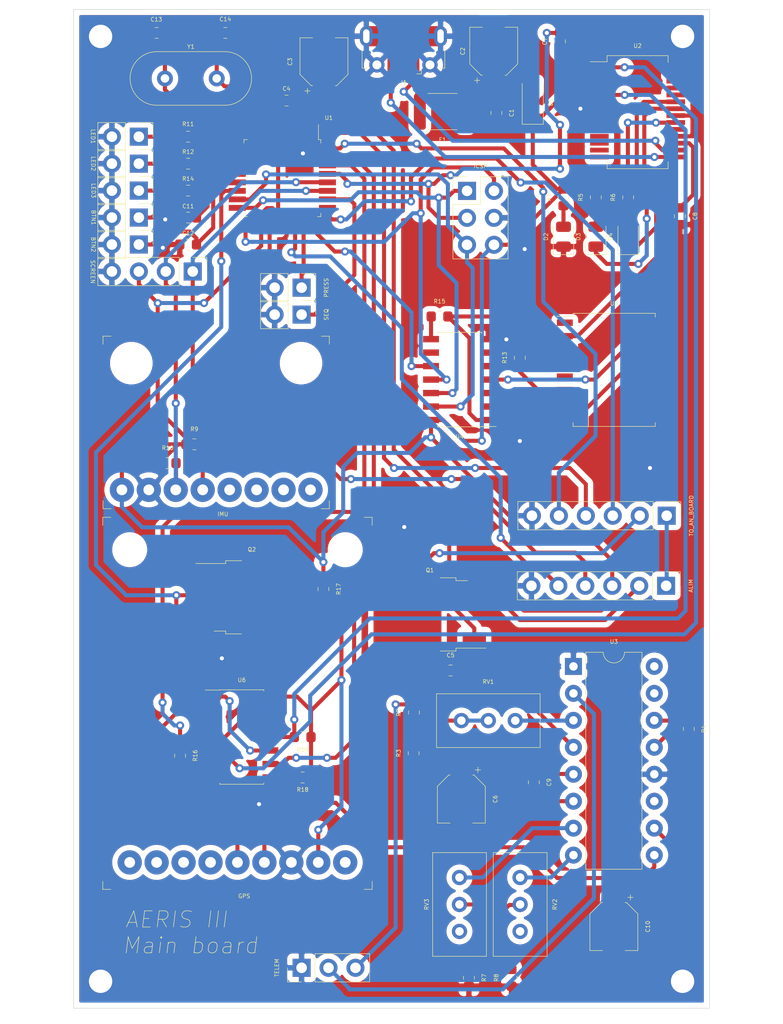
<source format=kicad_pcb>
(kicad_pcb (version 20171130) (host pcbnew "(5.1.0)-1")
  (title_block (title Main_board) (date 2019-05-05) (rev V0-2) (company ESO) (comment 3 "License: MIT license") (comment 4 "Author: Clément Rousseau"))
  (layers (0 F.Cu signal) (31 B.Cu signal) (34 B.Paste user) (35 F.Paste user) (36 B.SilkS user) (37 F.SilkS user) (38 B.Mask user) (39 F.Mask user) (44 Edge.Cuts user))
  (net 0 "")
  (net 1 GND)
  (net 2 /bat_current)
  (net 3 /bat_volt)
  (net 4 +5V)
  (net 5 "Net-(ALIM1-Pad2)")
  (net 6 +24V)
  (net 7 /btn1)
  (net 8 /btn2)
  (net 9 "Net-(C1-Pad1)")
  (net 10 +12V)
  (net 11 "Net-(C6-Pad1)")
  (net 12 "Net-(C7-Pad1)")
  (net 13 /reset)
  (net 14 +3V3)
  (net 15 "Net-(C9-Pad1)")
  (net 16 "Net-(C9-Pad2)")
  (net 17 "Net-(C10-Pad1)")
  (net 18 /xtal2)
  (net 19 /xtal1)
  (net 20 "Net-(D2-Pad2)")
  (net 21 "Net-(D3-Pad1)")
  (net 22 "Net-(D3-Pad2)")
  (net 23 "Net-(D4-Pad2)")
  (net 24 "Net-(D4-Pad1)")
  (net 25 "Net-(F1-Pad2)")
  (net 26 "Net-(GPS1-Pad9)")
  (net 27 /rx_periph)
  (net 28 /tx_periph)
  (net 29 "Net-(GPS1-Pad4)")
  (net 30 "Net-(GPS1-Pad3)")
  (net 31 "Net-(GPS1-Pad2)")
  (net 32 "Net-(GPS1-Pad1)")
  (net 33 /miso)
  (net 34 /sck)
  (net 35 /mosi)
  (net 36 "Net-(IMU1-Pad8)")
  (net 37 "Net-(IMU1-Pad7)")
  (net 38 "Net-(IMU1-Pad6)")
  (net 39 "Net-(IMU1-Pad5)")
  (net 40 /sda)
  (net 41 /scl)
  (net 42 "Net-(J1-Pad2)")
  (net 43 "Net-(J1-Pad4)")
  (net 44 "Net-(J1-Pad3)")
  (net 45 "Net-(LED1-Pad1)")
  (net 46 "Net-(LED2-Pad1)")
  (net 47 "Net-(LED3-Pad1)")
  (net 48 /pressure)
  (net 49 /12v_on)
  (net 50 /uart_on)
  (net 51 /uart_off)
  (net 52 "Net-(R4-Pad2)")
  (net 53 "Net-(R4-Pad1)")
  (net 54 "Net-(R7-Pad1)")
  (net 55 "Net-(R8-Pad2)")
  (net 56 /led1)
  (net 57 /led2)
  (net 58 "Net-(R13-Pad1)")
  (net 59 /led3)
  (net 60 "Net-(R15-Pad1)")
  (net 61 "Net-(R16-Pad2)")
  (net 62 /rx_mcu)
  (net 63 /rx_usb)
  (net 64 "Net-(RV1-Pad1)")
  (net 65 "Net-(RV2-Pad1)")
  (net 66 "Net-(RV2-Pad3)")
  (net 67 "Net-(RV3-Pad3)")
  (net 68 "Net-(RV3-Pad1)")
  (net 69 /seq)
  (net 70 "Net-(TELEM1-Pad2)")
  (net 71 /hall)
  (net 72 /pneuma)
  (net 73 /despin)
  (net 74 /flash)
  (net 75 /tx_mcu)
  (net 76 /tx_usb)
  (net 77 "Net-(U2-Pad3)")
  (net 78 "Net-(U2-Pad6)")
  (net 79 "Net-(U2-Pad9)")
  (net 80 "Net-(U2-Pad10)")
  (net 81 "Net-(U2-Pad11)")
  (net 82 "Net-(U2-Pad12)")
  (net 83 "Net-(U2-Pad13)")
  (net 84 "Net-(U2-Pad14)")
  (net 85 "Net-(U2-Pad19)")
  (net 86 "Net-(U2-Pad27)")
  (net 87 "Net-(U2-Pad28)")
  (net 88 "Net-(U3-Pad11)")
  (net 89 "Net-(U3-Pad15)")
  (net 90 "Net-(U3-Pad16)")
  (net 91 "Net-(U4-Pad9)")
  (net 92 "Net-(U4-Pad6)")
  (net 93 "Net-(U4-Pad4)")
  (net 94 "Net-(U4-Pad3)")
  (net 95 "Net-(U4-Pad2)")
  (net 96 "Net-(U5-Pad1)")
  (net 97 "Net-(U5-Pad4)")
  (net 98 "Net-(U5-Pad5)")
  (net 99 "Net-(U5-Pad6)")
  (net 100 "Net-(U5-Pad9)")
  (net 101 "Net-(U5-Pad11)")
  (net 102 "Net-(U5-Pad12)")
  (net 103 "Net-(U5-Pad13)")
  (net 104 "Net-(U5-Pad14)")
  (net 105 "Net-(U6-Pad12)")
  (module MountingHole:MountingHole_2.2mm_M2 (layer F.Cu) (at 125.9586 54.6354)
    (fp_text reference REF** hide)
    (fp_text value MountingHole_2.2mm_M2)
    (pad 1 np_thru_hole circle (at 0 0) (size 2.2 2.2) (drill 2.2) (layers *.Cu *.Mask))
  )
  (module MountingHole:MountingHole_2.2mm_M2 (layer F.Cu) (at 180.8226 54.6354)
    (fp_text reference REF** hide)
    (fp_text value MountingHole_2.2mm_M2)
    (pad 1 np_thru_hole circle (at 0 0) (size 2.2 2.2) (drill 2.2) (layers *.Cu *.Mask))
  )
  (module MountingHole:MountingHole_2.2mm_M2 (layer F.Cu) (at 125.9586 143.6624)
    (fp_text reference REF** hide)
    (fp_text value MountingHole_2.2mm_M2)
    (pad 1 np_thru_hole circle (at 0 0) (size 2.2 2.2) (drill 2.2) (layers *.Cu *.Mask))
  )
  (module MountingHole:MountingHole_2.2mm_M2 (layer F.Cu) (at 180.8226 143.6624)
    (fp_text reference REF** hide)
    (fp_text value MountingHole_2.2mm_M2)
    (pad 1 np_thru_hole circle (at 0 0) (size 2.2 2.2) (drill 2.2) (layers *.Cu *.Mask))
  )
  (module SHIELD_MPU_6050:SHIELD_MPU_6050 (layer F.Cu) (at 136.8552 97.3582)
    (fp_text reference IMU (at 0.635 2.286) (layer F.SilkS) (effects (font (size 0.381 0.381) (thickness 0.0508))))
    (fp_text value Conn_01x08 hide)
    (pad "" np_thru_hole circle (at -8.001 -11.938) (size 2.999999 2.999999) (drill 2.999999) (layers *.Cu *.Mask))
    (pad 8 thru_hole circle (at 8.89 0) (size 2.286 2.286) (drill 1.016) (layers *.Cu *.Mask) (net 36 "Net-(IMU1-Pad8)"))
    (pad 7 thru_hole circle (at 6.35 0) (size 2.286 2.286) (drill 1.016) (layers *.Cu *.Mask) (net 37 "Net-(IMU1-Pad7)"))
    (pad 6 thru_hole circle (at 3.81 0) (size 2.286 2.286) (drill 1.016) (layers *.Cu *.Mask) (net 38 "Net-(IMU1-Pad6)"))
    (pad 5 thru_hole circle (at 1.27 0) (size 2.286 2.286) (drill 1.016) (layers *.Cu *.Mask) (net 39 "Net-(IMU1-Pad5)"))
    (pad 4 thru_hole circle (at -1.27 0) (size 2.286 2.286) (drill 1.016) (layers *.Cu *.Mask) (net 40 /sda))
    (pad 3 thru_hole circle (at -3.81 0) (size 2.286 2.286) (drill 1.016) (layers *.Cu *.Mask) (net 41 /scl))
    (pad 2 thru_hole circle (at -6.35 0) (size 2.286 2.286) (drill 1.016) (layers *.Cu *.Mask) (net 1 GND))
    (pad 1 thru_hole circle (at -8.89 0) (size 2.286 2.286) (drill 1.016) (layers *.Cu *.Mask) (net 4 +5V))
    (pad "" np_thru_hole circle (at 8.001 -11.938) (size 2.999999 2.999999) (drill 2.999999) (layers *.Cu *.Mask))
  )
  (module Capacitor_SMD:C_0603_1608Metric (layer F.Cu) (at 134.2136 74.2442 180)
    (fp_text reference C12 (at 0 1.0668 180) (layer F.SilkS) (effects (font (size 0.381 0.381) (thickness 0.0508))))
    (fp_text value 10n)
    (pad 2 smd roundrect (at 0.7875 0 180) (size 0.875 0.95) (layers F.Cu F.Paste F.Mask) (net 1 GND))
    (pad 1 smd roundrect (at -0.7875 0 180) (size 0.875 0.95) (layers F.Cu F.Paste F.Mask) (net 8 /btn2))
  )
  (module Capacitor_SMD:C_0603_1608Metric (layer F.Cu) (at 134.2136 71.7042 180)
    (fp_text reference C11 (at 0 1.0668 180) (layer F.SilkS) (effects (font (size 0.381 0.381) (thickness 0.0508))))
    (fp_text value 10n)
    (pad 2 smd roundrect (at 0.7875 0 180) (size 0.875 0.95) (layers F.Cu F.Paste F.Mask) (net 1 GND))
    (pad 1 smd roundrect (at -0.7875 0 180) (size 0.875 0.95) (layers F.Cu F.Paste F.Mask) (net 7 /btn1))
  )
  (module Capacitor_SMD:C_0603_1608Metric (layer F.Cu) (at 166.8018 124.9172 270)
    (fp_text reference C9 (at 0 -1.43 270) (layer F.SilkS) (effects (font (size 0.381 0.381) (thickness 0.0508))))
    (fp_text value 4.7n)
    (pad 2 smd roundrect (at 0.7875 0 270) (size 0.875 0.95) (layers F.Cu F.Paste F.Mask) (net 16 "Net-(C9-Pad2)"))
    (pad 1 smd roundrect (at -0.7875 0 270) (size 0.875 0.95) (layers F.Cu F.Paste F.Mask) (net 15 "Net-(C9-Pad1)"))
  )
  (module Capacitor_SMD:CP_Elec_4x5.4 (layer F.Cu) (at 159.9692 126.492 270)
    (fp_text reference C6 (at 0 -3.2 270) (layer F.SilkS) (effects (font (size 0.381 0.381) (thickness 0.0508))))
    (fp_text value 10u)
    (pad 2 smd roundrect (at 1.8 0 270) (size 2.6 1.6) (layers F.Cu F.Paste F.Mask) (roundrect_rratio 0.15625) (net 1 GND))
    (pad 1 smd roundrect (at -1.8 0 270) (size 2.6 1.6) (layers F.Cu F.Paste F.Mask) (roundrect_rratio 0.15625) (net 11 "Net-(C6-Pad1)"))
  )
  (module Connector_PinHeader_2.54mm:PinHeader_1x06_P2.54mm_Vertical (layer F.Cu) (at 179.2732 106.4006 270)
    (fp_text reference ALIM (at 0 -2.33 270) (layer F.SilkS) (effects (font (size 0.381 0.381) (thickness 0.0508))))
    (fp_text value Conn_01x06)
    (pad 6 thru_hole oval (at 0 12.7 270) (size 1.7 1.7) (drill 1) (layers *.Cu *.Mask) (net 1 GND))
    (pad 5 thru_hole oval (at 0 10.16 270) (size 1.7 1.7) (drill 1) (layers *.Cu *.Mask) (net 2 /bat_current))
    (pad 4 thru_hole oval (at 0 7.62 270) (size 1.7 1.7) (drill 1) (layers *.Cu *.Mask) (net 3 /bat_volt))
    (pad 3 thru_hole oval (at 0 5.08 270) (size 1.7 1.7) (drill 1) (layers *.Cu *.Mask) (net 4 +5V))
    (pad 2 thru_hole oval (at 0 2.54 270) (size 1.7 1.7) (drill 1) (layers *.Cu *.Mask) (net 5 "Net-(ALIM1-Pad2)"))
    (pad 1 thru_hole rect (at 0 0 270) (size 1.7 1.7) (drill 1) (layers *.Cu *.Mask) (net 6 +24V))
  )
  (module Connector_PinHeader_2.54mm:PinHeader_1x02_P2.54mm_Vertical (layer F.Cu) (at 129.5654 71.7042 270)
    (fp_text reference BTN1 (at 0 4.2672 270 unlocked) (layer F.SilkS) (effects (font (size 0.381 0.381) (thickness 0.0508))))
    (fp_text value Conn_01x02)
    (pad 2 thru_hole oval (at 0 2.54 270) (size 1.7 1.7) (drill 1) (layers *.Cu *.Mask) (net 1 GND))
    (pad 1 thru_hole rect (at 0 0 270) (size 1.7 1.7) (drill 1) (layers *.Cu *.Mask) (net 7 /btn1))
  )
  (module Connector_PinHeader_2.54mm:PinHeader_1x02_P2.54mm_Vertical (layer F.Cu) (at 129.5654 74.2442 270)
    (fp_text reference BTN2 (at 0 4.2926 270 unlocked) (layer F.SilkS) (effects (font (size 0.381 0.381) (thickness 0.0508))))
    (fp_text value Conn_01x02)
    (pad 1 thru_hole rect (at 0 0 270) (size 1.7 1.7) (drill 1) (layers *.Cu *.Mask) (net 8 /btn2))
    (pad 2 thru_hole oval (at 0 2.54 270) (size 1.7 1.7) (drill 1) (layers *.Cu *.Mask) (net 1 GND))
  )
  (module Capacitor_SMD:C_0603_1608Metric (layer F.Cu) (at 163.2712 61.8489 270)
    (fp_text reference C1 (at 0 -1.43 270) (layer F.SilkS) (effects (font (size 0.381 0.381) (thickness 0.0508))))
    (fp_text value 100n)
    (pad 2 smd roundrect (at 0.7875 0 270) (size 0.875 0.95) (layers F.Cu F.Paste F.Mask) (net 1 GND))
    (pad 1 smd roundrect (at -0.7875 0 270) (size 0.875 0.95) (layers F.Cu F.Paste F.Mask) (net 9 "Net-(C1-Pad1)"))
  )
  (module Capacitor_SMD:CP_Elec_4x5.4 (layer F.Cu) (at 163.0172 56.0324 90)
    (fp_text reference C2 (at 0 -2.921 90) (layer F.SilkS) (effects (font (size 0.381 0.381) (thickness 0.0508))))
    (fp_text value 4.7u)
    (pad 1 smd roundrect (at -1.8 0 90) (size 2.6 1.6) (layers F.Cu F.Paste F.Mask) (roundrect_rratio 0.15625) (net 9 "Net-(C1-Pad1)"))
    (pad 2 smd roundrect (at 1.8 0 90) (size 2.6 1.6) (layers F.Cu F.Paste F.Mask) (roundrect_rratio 0.15625) (net 1 GND))
  )
  (module Capacitor_SMD:CP_Elec_4x5.4 (layer F.Cu) (at 147.0152 57.023 90)
    (fp_text reference C3 (at 0 -3.2 90) (layer F.SilkS) (effects (font (size 0.381 0.381) (thickness 0.0508))))
    (fp_text value 4.7u)
    (pad 2 smd roundrect (at 1.8 0 90) (size 2.6 1.6) (layers F.Cu F.Paste F.Mask) (roundrect_rratio 0.15625) (net 1 GND))
    (pad 1 smd roundrect (at -1.8 0 90) (size 2.6 1.6) (layers F.Cu F.Paste F.Mask) (roundrect_rratio 0.15625) (net 4 +5V))
  )
  (module Capacitor_SMD:C_0603_1608Metric (layer F.Cu) (at 143.4846 60.6806 180)
    (fp_text reference C4 (at 0 1.1176 180) (layer F.SilkS) (effects (font (size 0.381 0.381) (thickness 0.0508))))
    (fp_text value 100n)
    (pad 1 smd roundrect (at -0.7875 0 180) (size 0.875 0.95) (layers F.Cu F.Paste F.Mask) (net 4 +5V))
    (pad 2 smd roundrect (at 0.7875 0 180) (size 0.875 0.95) (layers F.Cu F.Paste F.Mask) (net 1 GND))
  )
  (module Capacitor_SMD:C_0603_1608Metric (layer F.Cu) (at 158.9532 114.3762)
    (fp_text reference C5 (at 0 -1.43) (layer F.SilkS) (effects (font (size 0.381 0.381) (thickness 0.0508))))
    (fp_text value 100n)
    (pad 1 smd roundrect (at -0.7875 0) (size 0.875 0.95) (layers F.Cu F.Paste F.Mask) (net 10 +12V))
    (pad 2 smd roundrect (at 0.7875 0) (size 0.875 0.95) (layers F.Cu F.Paste F.Mask) (net 1 GND))
  )
  (module Capacitor_SMD:C_0603_1608Metric (layer F.Cu) (at 169.2656 55.0926 90)
    (fp_text reference C7 (at 0 -1.43 90) (layer F.SilkS) (effects (font (size 0.381 0.381) (thickness 0.0508))))
    (fp_text value 100n)
    (pad 1 smd roundrect (at -0.7875 0 90) (size 0.875 0.95) (layers F.Cu F.Paste F.Mask) (net 12 "Net-(C7-Pad1)"))
    (pad 2 smd roundrect (at 0.7875 0 90) (size 0.875 0.95) (layers F.Cu F.Paste F.Mask) (net 13 /reset))
  )
  (module Capacitor_SMD:C_0603_1608Metric (layer F.Cu) (at 180.5686 71.5772 270)
    (fp_text reference C8 (at 0 -1.43 270) (layer F.SilkS) (effects (font (size 0.381 0.381) (thickness 0.0508))))
    (fp_text value 100n)
    (pad 2 smd roundrect (at 0.7875 0 270) (size 0.875 0.95) (layers F.Cu F.Paste F.Mask) (net 1 GND))
    (pad 1 smd roundrect (at -0.7875 0 270) (size 0.875 0.95) (layers F.Cu F.Paste F.Mask) (net 14 +3V3))
  )
  (module Capacitor_SMD:CP_Elec_4x5.4 (layer F.Cu) (at 174.3456 138.5062 270)
    (fp_text reference C10 (at 0 -3.2 270) (layer F.SilkS) (effects (font (size 0.381 0.381) (thickness 0.0508))))
    (fp_text value 1u)
    (pad 2 smd roundrect (at 1.8 0 270) (size 2.6 1.6) (layers F.Cu F.Paste F.Mask) (roundrect_rratio 0.15625) (net 1 GND))
    (pad 1 smd roundrect (at -1.8 0 270) (size 2.6 1.6) (layers F.Cu F.Paste F.Mask) (roundrect_rratio 0.15625) (net 17 "Net-(C10-Pad1)"))
  )
  (module Capacitor_SMD:C_0603_1608Metric (layer F.Cu) (at 131.2418 54.3052)
    (fp_text reference C13 (at -0.0254 -1.27) (layer F.SilkS) (effects (font (size 0.381 0.381) (thickness 0.0508))))
    (fp_text value 22p)
    (pad 1 smd roundrect (at -0.7875 0) (size 0.875 0.95) (layers F.Cu F.Paste F.Mask) (net 1 GND))
    (pad 2 smd roundrect (at 0.7875 0) (size 0.875 0.95) (layers F.Cu F.Paste F.Mask) (net 18 /xtal2))
  )
  (module Capacitor_SMD:C_0603_1608Metric (layer F.Cu) (at 137.7188 54.3052 180)
    (fp_text reference C14 (at 0 1.2954 180) (layer F.SilkS) (effects (font (size 0.381 0.381) (thickness 0.0508))))
    (fp_text value 22p)
    (pad 2 smd roundrect (at 0.7875 0 180) (size 0.875 0.95) (layers F.Cu F.Paste F.Mask) (net 19 /xtal1))
    (pad 1 smd roundrect (at -0.7875 0 180) (size 0.875 0.95) (layers F.Cu F.Paste F.Mask) (net 1 GND))
  )
  (module Diode_SMD:D_SOD-123F (layer F.Cu) (at 166.7002 60.709 90)
    (fp_text reference D1 (at -0.124 1.6764 90) (layer F.SilkS) (effects (font (size 0.381 0.381) (thickness 0.0508))))
    (fp_text value D_Schottky)
    (pad 1 smd rect (at -1.4 0 90) (size 1.1 1.1) (layers F.Cu F.Paste F.Mask) (net 4 +5V))
    (pad 2 smd rect (at 1.4 0 90) (size 1.1 1.1) (layers F.Cu F.Paste F.Mask) (net 9 "Net-(C1-Pad1)"))
  )
  (module LED_SMD:LED_0805_2012Metric (layer F.Cu) (at 169.5958 73.5076 90)
    (fp_text reference D2 (at 0 -1.65 90) (layer F.SilkS) (effects (font (size 0.381 0.381) (thickness 0.0508))))
    (fp_text value LED)
    (pad 1 smd roundrect (at -0.9375 0 90) (size 0.975 1.4) (layers F.Cu F.Paste F.Mask) (net 1 GND))
    (pad 2 smd roundrect (at 0.9375 0 90) (size 0.975 1.4) (layers F.Cu F.Paste F.Mask) (net 20 "Net-(D2-Pad2)"))
  )
  (module LED_SMD:LED_0805_2012Metric (layer F.Cu) (at 172.6438 73.5076 90)
    (fp_text reference D3 (at 0 -1.65 90) (layer F.SilkS) (effects (font (size 0.381 0.381) (thickness 0.0508))))
    (fp_text value LED)
    (pad 1 smd roundrect (at -0.9375 0 90) (size 0.975 1.4) (layers F.Cu F.Paste F.Mask) (net 21 "Net-(D3-Pad1)"))
    (pad 2 smd roundrect (at 0.9375 0 90) (size 0.975 1.4) (layers F.Cu F.Paste F.Mask) (net 22 "Net-(D3-Pad2)"))
  )
  (module LED_SMD:LED_0805_2012Metric (layer F.Cu) (at 175.6918 73.5076 90)
    (fp_text reference D4 (at 0 -1.65 90) (layer F.SilkS) (effects (font (size 0.381 0.381) (thickness 0.0508))))
    (fp_text value LED)
    (pad 2 smd roundrect (at 0.9375 0 90) (size 0.975 1.4) (layers F.Cu F.Paste F.Mask) (net 23 "Net-(D4-Pad2)"))
    (pad 1 smd roundrect (at -0.9375 0 90) (size 0.975 1.4) (layers F.Cu F.Paste F.Mask) (net 24 "Net-(D4-Pad1)"))
  )
  (module Fuse:Fuse_1812_4532Metric (layer F.Cu) (at 158.1912 61.722 180)
    (fp_text reference F1 (at 0 -2.65 180) (layer F.SilkS) (effects (font (size 0.381 0.381) (thickness 0.0508))))
    (fp_text value Polyfuse)
    (pad 1 smd roundrect (at -2.1375 0 180) (size 1.125 3.4) (layers F.Cu F.Paste F.Mask) (roundrect_rratio 0.222222) (net 9 "Net-(C1-Pad1)"))
    (pad 2 smd roundrect (at 2.1375 0 180) (size 1.125 3.4) (layers F.Cu F.Paste F.Mask) (roundrect_rratio 0.222222) (net 25 "Net-(F1-Pad2)"))
  )
  (module SHIELD_GPS_ADAFRUIT:SHIELD_GPS_ADAFRUIT (layer F.Cu) (at 138.8618 132.461)
    (fp_text reference GPS (at 0.635 3.175) (layer F.SilkS) (effects (font (size 0.381 0.381) (thickness 0.0508))))
    (fp_text value Conn_01x09 hide)
    (pad "" np_thru_hole circle (at -10.16 -29.464) (size 2.286 2.286) (drill 2.286) (layers *.Cu *.Mask))
    (pad 9 thru_hole circle (at 10.16 0) (size 2.286 2.286) (drill 1.016) (layers *.Cu *.Mask) (net 26 "Net-(GPS1-Pad9)"))
    (pad 8 thru_hole circle (at 7.62 0) (size 2.286 2.286) (drill 1.016) (layers *.Cu *.Mask) (net 4 +5V))
    (pad 7 thru_hole circle (at 5.08 0) (size 2.286 2.286) (drill 1.016) (layers *.Cu *.Mask) (net 1 GND))
    (pad 6 thru_hole circle (at 2.54 0) (size 2.286 2.286) (drill 1.016) (layers *.Cu *.Mask) (net 27 /rx_periph))
    (pad 5 thru_hole circle (at 0 0) (size 2.286 2.286) (drill 1.016) (layers *.Cu *.Mask) (net 28 /tx_periph))
    (pad 4 thru_hole circle (at -2.54 0) (size 2.286 2.286) (drill 1.016) (layers *.Cu *.Mask) (net 29 "Net-(GPS1-Pad4)"))
    (pad 3 thru_hole circle (at -5.08 0) (size 2.286 2.286) (drill 1.016) (layers *.Cu *.Mask) (net 30 "Net-(GPS1-Pad3)"))
    (pad 2 thru_hole circle (at -7.62 0) (size 2.286 2.286) (drill 1.016) (layers *.Cu *.Mask) (net 31 "Net-(GPS1-Pad2)"))
    (pad 1 thru_hole circle (at -10.16 0) (size 2.286 2.286) (drill 1.016) (layers *.Cu *.Mask) (net 32 "Net-(GPS1-Pad1)"))
    (pad "" np_thru_hole circle (at 10.16 -29.464) (size 2.286 2.286) (drill 2.286) (layers *.Cu *.Mask))
  )
  (module Connector_PinHeader_2.54mm:PinHeader_2x03_P2.54mm_Vertical (layer F.Cu) (at 160.5026 69.1896)
    (fp_text reference ICSP (at 1.27 -2.33) (layer F.SilkS) (effects (font (size 0.381 0.381) (thickness 0.0508))))
    (fp_text value Conn_02x03)
    (pad 1 thru_hole rect (at 0 0) (size 1.7 1.7) (drill 1) (layers *.Cu *.Mask) (net 33 /miso))
    (pad 2 thru_hole oval (at 2.54 0) (size 1.7 1.7) (drill 1) (layers *.Cu *.Mask) (net 34 /sck))
    (pad 3 thru_hole oval (at 0 2.54) (size 1.7 1.7) (drill 1) (layers *.Cu *.Mask) (net 13 /reset))
    (pad 4 thru_hole oval (at 2.54 2.54) (size 1.7 1.7) (drill 1) (layers *.Cu *.Mask) (net 1 GND))
    (pad 5 thru_hole oval (at 0 5.08) (size 1.7 1.7) (drill 1) (layers *.Cu *.Mask) (net 35 /mosi))
    (pad 6 thru_hole oval (at 2.54 5.08) (size 1.7 1.7) (drill 1) (layers *.Cu *.Mask) (net 4 +5V))
  )
  (module Connector_USB:USB_Micro-B_Molex-105017-0001 (layer F.Cu) (at 154.5082 55.8546 180)
    (fp_text reference J1 (at 0 -3.1125 180) (layer F.SilkS) (effects (font (size 0.381 0.381) (thickness 0.0508))))
    (fp_text value USB_B_Micro)
    (pad 6 smd rect (at 1 1.2375 180) (size 1.5 1.9) (layers F.Cu F.Paste F.Mask) (net 1 GND))
    (pad 6 thru_hole circle (at -2.5 -1.4625 180) (size 1.45 1.45) (drill 0.85) (layers *.Cu *.Mask) (net 1 GND))
    (pad 2 smd rect (at -0.65 -1.4625 180) (size 0.4 1.35) (layers F.Cu F.Paste F.Mask) (net 42 "Net-(J1-Pad2)"))
    (pad 1 smd rect (at -1.3 -1.4625 180) (size 0.4 1.35) (layers F.Cu F.Paste F.Mask) (net 25 "Net-(F1-Pad2)"))
    (pad 5 smd rect (at 1.3 -1.4625 180) (size 0.4 1.35) (layers F.Cu F.Paste F.Mask) (net 1 GND))
    (pad 4 smd rect (at 0.65 -1.4625 180) (size 0.4 1.35) (layers F.Cu F.Paste F.Mask) (net 43 "Net-(J1-Pad4)"))
    (pad 3 smd rect (at 0 -1.4625 180) (size 0.4 1.35) (layers F.Cu F.Paste F.Mask) (net 44 "Net-(J1-Pad3)"))
    (pad 6 thru_hole circle (at 2.5 -1.4625 180) (size 1.45 1.45) (drill 0.85) (layers *.Cu *.Mask) (net 1 GND))
    (pad 6 smd rect (at -1 1.2375 180) (size 1.5 1.9) (layers F.Cu F.Paste F.Mask) (net 1 GND))
    (pad 6 thru_hole oval (at -3.5 1.2375) (size 1.2 1.9) (drill oval 0.6 1.3) (layers *.Cu *.Mask) (net 1 GND))
    (pad 6 thru_hole oval (at 3.5 1.2375 180) (size 1.2 1.9) (drill oval 0.6 1.3) (layers *.Cu *.Mask) (net 1 GND))
    (pad 6 smd rect (at 2.9 1.2375 180) (size 1.2 1.9) (layers F.Cu F.Mask) (net 1 GND))
    (pad 6 smd rect (at -2.9 1.2375 180) (size 1.2 1.9) (layers F.Cu F.Mask) (net 1 GND))
  )
  (module Connector_PinHeader_2.54mm:PinHeader_1x02_P2.54mm_Vertical (layer F.Cu) (at 129.5654 64.0842 270)
    (fp_text reference LED1 (at -0.0254 4.318 270 unlocked) (layer F.SilkS) (effects (font (size 0.381 0.381) (thickness 0.0508))))
    (fp_text value Conn_01x02)
    (pad 2 thru_hole oval (at 0 2.54 270) (size 1.7 1.7) (drill 1) (layers *.Cu *.Mask) (net 1 GND))
    (pad 1 thru_hole rect (at 0 0 270) (size 1.7 1.7) (drill 1) (layers *.Cu *.Mask) (net 45 "Net-(LED1-Pad1)"))
  )
  (module Connector_PinHeader_2.54mm:PinHeader_1x02_P2.54mm_Vertical (layer F.Cu) (at 129.5654 66.6242 270)
    (fp_text reference LED2 (at 0 4.2926 270 unlocked) (layer F.SilkS) (effects (font (size 0.381 0.381) (thickness 0.0508))))
    (fp_text value Conn_01x02)
    (pad 1 thru_hole rect (at 0 0 270) (size 1.7 1.7) (drill 1) (layers *.Cu *.Mask) (net 46 "Net-(LED2-Pad1)"))
    (pad 2 thru_hole oval (at 0 2.54 270) (size 1.7 1.7) (drill 1) (layers *.Cu *.Mask) (net 1 GND))
  )
  (module Connector_PinHeader_2.54mm:PinHeader_1x02_P2.54mm_Vertical (layer F.Cu) (at 129.5654 69.1642 270)
    (fp_text reference LED3 (at 0 4.2672 270 unlocked) (layer F.SilkS) (effects (font (size 0.381 0.381) (thickness 0.0508))))
    (fp_text value Conn_01x02)
    (pad 1 thru_hole rect (at 0 0 270) (size 1.7 1.7) (drill 1) (layers *.Cu *.Mask) (net 47 "Net-(LED3-Pad1)"))
    (pad 2 thru_hole oval (at 0 2.54 270) (size 1.7 1.7) (drill 1) (layers *.Cu *.Mask) (net 1 GND))
  )
  (module Connector_PinHeader_2.54mm:PinHeader_1x02_P2.54mm_Vertical (layer F.Cu) (at 144.907 78.3082 270)
    (fp_text reference PRESS (at 0 -2.33 270) (layer F.SilkS) (effects (font (size 0.381 0.381) (thickness 0.0508))))
    (fp_text value Conn_01x02)
    (pad 1 thru_hole rect (at 0 0 270) (size 1.7 1.7) (drill 1) (layers *.Cu *.Mask) (net 48 /pressure))
    (pad 2 thru_hole oval (at 0 2.54 270) (size 1.7 1.7) (drill 1) (layers *.Cu *.Mask) (net 1 GND))
  )
  (module Package_TO_SOT_SMD:TO-252-2 (layer F.Cu) (at 156.9878 109.094 180)
    (fp_text reference Q1 (at -0.0096 4.1666 180) (layer F.SilkS) (effects (font (size 0.381 0.381) (thickness 0.0508))))
    (fp_text value Q_PMOS_GDS)
    (pad 2 smd rect (at 2.1 0 180) (size 6.4 5.8) (layers F.Cu F.Mask) (net 10 +12V))
    (pad 3 smd rect (at -4.2 2.28 180) (size 2.2 1.2) (layers F.Cu F.Paste F.Mask) (net 5 "Net-(ALIM1-Pad2)"))
    (pad 1 smd rect (at -4.2 -2.28 180) (size 2.2 1.2) (layers F.Cu F.Paste F.Mask) (net 49 /12v_on))
  )
  (module Package_TO_SOT_SMD:TO-252-2 (layer F.Cu) (at 140.220401 107.482801)
    (fp_text reference Q2 (at 0 -4.5) (layer F.SilkS) (effects (font (size 0.381 0.381) (thickness 0.0508))))
    (fp_text value Q_NMOS_GDS)
    (pad 1 smd rect (at -4.2 -2.28) (size 2.2 1.2) (layers F.Cu F.Paste F.Mask) (net 50 /uart_on))
    (pad 3 smd rect (at -4.2 2.28) (size 2.2 1.2) (layers F.Cu F.Paste F.Mask) (net 1 GND))
    (pad 2 smd rect (at 2.1 0) (size 6.4 5.8) (layers F.Cu F.Mask) (net 51 /uart_off))
  )
  (module Resistor_SMD:R_0603_1608Metric (layer F.Cu) (at 169.5958 69.7992 270)
    (fp_text reference R1 (at 0 1.397 270) (layer F.SilkS) (effects (font (size 0.381 0.381) (thickness 0.0508))))
    (fp_text value 270)
    (pad 1 smd roundrect (at -0.7875 0 270) (size 0.875 0.95) (layers F.Cu F.Paste F.Mask) (net 4 +5V))
    (pad 2 smd roundrect (at 0.7875 0 270) (size 0.875 0.95) (layers F.Cu F.Paste F.Mask) (net 20 "Net-(D2-Pad2)"))
  )
  (module Resistor_SMD:R_0603_1608Metric (layer F.Cu) (at 155.4988 118.3386 90)
    (fp_text reference R2 (at 0 -1.43 90) (layer F.SilkS) (effects (font (size 0.381 0.381) (thickness 0.0508))))
    (fp_text value 5.1k)
    (pad 2 smd roundrect (at 0.7875 0 90) (size 0.875 0.95) (layers F.Cu F.Paste F.Mask) (net 10 +12V))
    (pad 1 smd roundrect (at -0.7875 0 90) (size 0.875 0.95) (layers F.Cu F.Paste F.Mask) (net 11 "Net-(C6-Pad1)"))
  )
  (module Resistor_SMD:R_0603_1608Metric (layer F.Cu) (at 155.4734 122.174 90)
    (fp_text reference R3 (at 0 -1.43 90) (layer F.SilkS) (effects (font (size 0.381 0.381) (thickness 0.0508))))
    (fp_text value 5.1k)
    (pad 1 smd roundrect (at -0.7875 0 90) (size 0.875 0.95) (layers F.Cu F.Paste F.Mask) (net 1 GND))
    (pad 2 smd roundrect (at 0.7875 0 90) (size 0.875 0.95) (layers F.Cu F.Paste F.Mask) (net 11 "Net-(C6-Pad1)"))
  )
  (module Resistor_SMD:R_0603_1608Metric (layer F.Cu) (at 181.4068 119.888 270)
    (fp_text reference R4 (at 0 -1.43 270) (layer F.SilkS) (effects (font (size 0.381 0.381) (thickness 0.0508))))
    (fp_text value 200)
    (pad 2 smd roundrect (at 0.7875 0 270) (size 0.875 0.95) (layers F.Cu F.Paste F.Mask) (net 52 "Net-(R4-Pad2)"))
    (pad 1 smd roundrect (at -0.7875 0 270) (size 0.875 0.95) (layers F.Cu F.Paste F.Mask) (net 53 "Net-(R4-Pad1)"))
  )
  (module Resistor_SMD:R_0603_1608Metric (layer F.Cu) (at 172.6438 69.7992 90)
    (fp_text reference R5 (at 0 -1.43 90) (layer F.SilkS) (effects (font (size 0.381 0.381) (thickness 0.0508))))
    (fp_text value 270)
    (pad 1 smd roundrect (at -0.7875 0 90) (size 0.875 0.95) (layers F.Cu F.Paste F.Mask) (net 22 "Net-(D3-Pad2)"))
    (pad 2 smd roundrect (at 0.7875 0 90) (size 0.875 0.95) (layers F.Cu F.Paste F.Mask) (net 4 +5V))
  )
  (module Resistor_SMD:R_0603_1608Metric (layer F.Cu) (at 175.6918 69.7992 90)
    (fp_text reference R6 (at 0 -1.43 90) (layer F.SilkS) (effects (font (size 0.381 0.381) (thickness 0.0508))))
    (fp_text value 270)
    (pad 1 smd roundrect (at -0.7875 0 90) (size 0.875 0.95) (layers F.Cu F.Paste F.Mask) (net 23 "Net-(D4-Pad2)"))
    (pad 2 smd roundrect (at 0.7875 0 90) (size 0.875 0.95) (layers F.Cu F.Paste F.Mask) (net 4 +5V))
  )
  (module Resistor_SMD:R_0603_1608Metric (layer F.Cu) (at 160.6804 143.3322 270)
    (fp_text reference R7 (at 0 -1.43 270) (layer F.SilkS) (effects (font (size 0.381 0.381) (thickness 0.0508))))
    (fp_text value 10k)
    (pad 2 smd roundrect (at 0.7875 0 270) (size 0.875 0.95) (layers F.Cu F.Paste F.Mask) (net 1 GND))
    (pad 1 smd roundrect (at -0.7875 0 270) (size 0.875 0.95) (layers F.Cu F.Paste F.Mask) (net 54 "Net-(R7-Pad1)"))
  )
  (module Resistor_SMD:R_0603_1608Metric (layer F.Cu) (at 164.6936 143.3322 90)
    (fp_text reference R8 (at 0 -1.43 90) (layer F.SilkS) (effects (font (size 0.381 0.381) (thickness 0.0508))))
    (fp_text value 3.6k)
    (pad 1 smd roundrect (at -0.7875 0 90) (size 0.875 0.95) (layers F.Cu F.Paste F.Mask) (net 1 GND))
    (pad 2 smd roundrect (at 0.7875 0 90) (size 0.875 0.95) (layers F.Cu F.Paste F.Mask) (net 55 "Net-(R8-Pad2)"))
  )
  (module Resistor_SMD:R_0603_1608Metric (layer F.Cu) (at 134.7978 93.0656)
    (fp_text reference R9 (at 0 -1.43) (layer F.SilkS) (effects (font (size 0.381 0.381) (thickness 0.0508))))
    (fp_text value 5.4k)
    (pad 2 smd roundrect (at 0.7875 0) (size 0.875 0.95) (layers F.Cu F.Paste F.Mask) (net 40 /sda))
    (pad 1 smd roundrect (at -0.7875 0) (size 0.875 0.95) (layers F.Cu F.Paste F.Mask) (net 4 +5V))
  )
  (module Resistor_SMD:R_0603_1608Metric (layer F.Cu) (at 132.2832 94.8436)
    (fp_text reference R10 (at 0 -1.43) (layer F.SilkS) (effects (font (size 0.381 0.381) (thickness 0.0508))))
    (fp_text value 5.4k)
    (pad 1 smd roundrect (at -0.7875 0) (size 0.875 0.95) (layers F.Cu F.Paste F.Mask) (net 4 +5V))
    (pad 2 smd roundrect (at 0.7875 0) (size 0.875 0.95) (layers F.Cu F.Paste F.Mask) (net 41 /scl))
  )
  (module Resistor_SMD:R_0603_1608Metric (layer F.Cu) (at 134.2136 64.0842)
    (fp_text reference R11 (at 0 -1.1938) (layer F.SilkS) (effects (font (size 0.381 0.381) (thickness 0.0508))))
    (fp_text value 270)
    (pad 2 smd roundrect (at 0.7875 0) (size 0.875 0.95) (layers F.Cu F.Paste F.Mask) (net 56 /led1))
    (pad 1 smd roundrect (at -0.7875 0) (size 0.875 0.95) (layers F.Cu F.Paste F.Mask) (net 45 "Net-(LED1-Pad1)"))
  )
  (module Resistor_SMD:R_0603_1608Metric (layer F.Cu) (at 134.2136 66.6242)
    (fp_text reference R12 (at 0 -1.1176) (layer F.SilkS) (effects (font (size 0.381 0.381) (thickness 0.0508))))
    (fp_text value 270)
    (pad 2 smd roundrect (at 0.7875 0) (size 0.875 0.95) (layers F.Cu F.Paste F.Mask) (net 57 /led2))
    (pad 1 smd roundrect (at -0.7875 0) (size 0.875 0.95) (layers F.Cu F.Paste F.Mask) (net 46 "Net-(LED2-Pad1)"))
  )
  (module Resistor_SMD:R_0603_1608Metric (layer F.Cu) (at 165.481 84.9122 90)
    (fp_text reference R13 (at 0 -1.43 90) (layer F.SilkS) (effects (font (size 0.381 0.381) (thickness 0.0508))))
    (fp_text value 10k)
    (pad 1 smd roundrect (at -0.7875 0 90) (size 0.875 0.95) (layers F.Cu F.Paste F.Mask) (net 58 "Net-(R13-Pad1)"))
    (pad 2 smd roundrect (at 0.7875 0 90) (size 0.875 0.95) (layers F.Cu F.Paste F.Mask) (net 14 +3V3))
  )
  (module Resistor_SMD:R_0603_1608Metric (layer F.Cu) (at 134.2136 69.1642)
    (fp_text reference R14 (at 0 -1.1176) (layer F.SilkS) (effects (font (size 0.381 0.381) (thickness 0.0508))))
    (fp_text value 270)
    (pad 1 smd roundrect (at -0.7875 0) (size 0.875 0.95) (layers F.Cu F.Paste F.Mask) (net 47 "Net-(LED3-Pad1)"))
    (pad 2 smd roundrect (at 0.7875 0) (size 0.875 0.95) (layers F.Cu F.Paste F.Mask) (net 59 /led3))
  )
  (module Resistor_SMD:R_0603_1608Metric (layer F.Cu) (at 157.9118 81.026)
    (fp_text reference R15 (at 0 -1.43) (layer F.SilkS) (effects (font (size 0.381 0.381) (thickness 0.0508))))
    (fp_text value 10k)
    (pad 1 smd roundrect (at -0.7875 0) (size 0.875 0.95) (layers F.Cu F.Paste F.Mask) (net 60 "Net-(R15-Pad1)"))
    (pad 2 smd roundrect (at 0.7875 0) (size 0.875 0.95) (layers F.Cu F.Paste F.Mask) (net 14 +3V3))
  )
  (module Resistor_SMD:R_0603_1608Metric (layer F.Cu) (at 133.4516 122.4026 270)
    (fp_text reference R16 (at 0 -1.43 270) (layer F.SilkS) (effects (font (size 0.381 0.381) (thickness 0.0508))))
    (fp_text value 1k)
    (pad 2 smd roundrect (at 0.7875 0 270) (size 0.875 0.95) (layers F.Cu F.Paste F.Mask) (net 61 "Net-(R16-Pad2)"))
    (pad 1 smd roundrect (at -0.7875 0 270) (size 0.875 0.95) (layers F.Cu F.Paste F.Mask) (net 62 /rx_mcu))
  )
  (module Resistor_SMD:R_0603_1608Metric (layer F.Cu) (at 146.9644 106.7055 270)
    (fp_text reference R17 (at 0 -1.43 270) (layer F.SilkS) (effects (font (size 0.381 0.381) (thickness 0.0508))))
    (fp_text value 10k)
    (pad 1 smd roundrect (at -0.7875 0 270) (size 0.875 0.95) (layers F.Cu F.Paste F.Mask) (net 4 +5V))
    (pad 2 smd roundrect (at 0.7875 0 270) (size 0.875 0.95) (layers F.Cu F.Paste F.Mask) (net 51 /uart_off))
  )
  (module Resistor_SMD:R_0603_1608Metric (layer F.Cu) (at 145.0086 124.46 180)
    (fp_text reference R18 (at 0 -1.143 180) (layer F.SilkS) (effects (font (size 0.381 0.381) (thickness 0.0508))))
    (fp_text value 100k)
    (pad 2 smd roundrect (at 0.7875 0 180) (size 0.875 0.95) (layers F.Cu F.Paste F.Mask) (net 27 /rx_periph))
    (pad 1 smd roundrect (at -0.7875 0 180) (size 0.875 0.95) (layers F.Cu F.Paste F.Mask) (net 4 +5V))
  )
  (module Resistor_SMD:R_0603_1608Metric (layer F.Cu) (at 145.0086 120.65 180)
    (fp_text reference R19 (at 0 -1.1938 180) (layer F.SilkS) (effects (font (size 0.381 0.381) (thickness 0.0508))))
    (fp_text value 100k)
    (pad 2 smd roundrect (at 0.7875 0 180) (size 0.875 0.95) (layers F.Cu F.Paste F.Mask) (net 63 /rx_usb))
    (pad 1 smd roundrect (at -0.7875 0 180) (size 0.875 0.95) (layers F.Cu F.Paste F.Mask) (net 4 +5V))
  )
  (module Potentiometer_THT:Potentiometer_Bourns_3296W_Vertical (layer F.Cu) (at 165.0492 119.1006)
    (fp_text reference RV1 (at -2.54 -3.66) (layer F.SilkS) (effects (font (size 0.381 0.381) (thickness 0.0508))))
    (fp_text value 50k)
    (pad 1 thru_hole circle (at 0 0) (size 1.44 1.44) (drill 0.8) (layers *.Cu *.Mask) (net 64 "Net-(RV1-Pad1)"))
    (pad 2 thru_hole circle (at -2.54 0) (size 1.44 1.44) (drill 0.8) (layers *.Cu *.Mask) (net 11 "Net-(C6-Pad1)"))
    (pad 3 thru_hole circle (at -5.08 0) (size 1.44 1.44) (drill 0.8) (layers *.Cu *.Mask) (net 11 "Net-(C6-Pad1)"))
  )
  (module Potentiometer_THT:Potentiometer_Bourns_3296W_Vertical (layer F.Cu) (at 165.5064 133.8834 90)
    (fp_text reference RV2 (at -2.54 3.2766 90) (layer F.SilkS) (effects (font (size 0.381 0.381) (thickness 0.0508))))
    (fp_text value 5k)
    (pad 1 thru_hole circle (at 0 0 90) (size 1.44 1.44) (drill 0.8) (layers *.Cu *.Mask) (net 65 "Net-(RV2-Pad1)"))
    (pad 2 thru_hole circle (at -2.54 0 90) (size 1.44 1.44) (drill 0.8) (layers *.Cu *.Mask) (net 55 "Net-(R8-Pad2)"))
    (pad 3 thru_hole circle (at -5.08 0 90) (size 1.44 1.44) (drill 0.8) (layers *.Cu *.Mask) (net 66 "Net-(RV2-Pad3)"))
  )
  (module Potentiometer_THT:Potentiometer_Bourns_3296W_Vertical (layer F.Cu) (at 159.7914 133.8834 90)
    (fp_text reference RV3 (at -2.54 -3.0988 90) (layer F.SilkS) (effects (font (size 0.381 0.381) (thickness 0.0508))))
    (fp_text value 10k)
    (pad 3 thru_hole circle (at -5.08 0 90) (size 1.44 1.44) (drill 0.8) (layers *.Cu *.Mask) (net 67 "Net-(RV3-Pad3)"))
    (pad 2 thru_hole circle (at -2.54 0 90) (size 1.44 1.44) (drill 0.8) (layers *.Cu *.Mask) (net 54 "Net-(R7-Pad1)"))
    (pad 1 thru_hole circle (at 0 0 90) (size 1.44 1.44) (drill 0.8) (layers *.Cu *.Mask) (net 68 "Net-(RV3-Pad1)"))
  )
  (module Connector_PinHeader_2.54mm:PinHeader_1x04_P2.54mm_Vertical (layer F.Cu) (at 134.6454 76.7842 270)
    (fp_text reference SCREEN (at 0.0254 9.4234 270 unlocked) (layer F.SilkS) (effects (font (size 0.381 0.381) (thickness 0.0508))))
    (fp_text value Conn_01x04)
    (pad 1 thru_hole rect (at 0 0 270) (size 1.7 1.7) (drill 1) (layers *.Cu *.Mask) (net 40 /sda))
    (pad 2 thru_hole oval (at 0 2.54 270) (size 1.7 1.7) (drill 1) (layers *.Cu *.Mask) (net 41 /scl))
    (pad 3 thru_hole oval (at 0 5.08 270) (size 1.7 1.7) (drill 1) (layers *.Cu *.Mask) (net 4 +5V))
    (pad 4 thru_hole oval (at 0 7.62 270) (size 1.7 1.7) (drill 1) (layers *.Cu *.Mask) (net 1 GND))
  )
  (module Connector_PinHeader_2.54mm:PinHeader_1x02_P2.54mm_Vertical (layer F.Cu) (at 144.907 80.8482 270)
    (fp_text reference SEQ (at 0 -2.33 270) (layer F.SilkS) (effects (font (size 0.381 0.381) (thickness 0.0508))))
    (fp_text value Conn_01x02)
    (pad 2 thru_hole oval (at 0 2.54 270) (size 1.7 1.7) (drill 1) (layers *.Cu *.Mask) (net 1 GND))
    (pad 1 thru_hole rect (at 0 0 270) (size 1.7 1.7) (drill 1) (layers *.Cu *.Mask) (net 69 /seq))
  )
  (module Connector_PinHeader_2.54mm:PinHeader_1x03_P2.54mm_Vertical (layer F.Cu) (at 144.907 142.3924 90)
    (fp_text reference TELEM (at 0 -2.33 90) (layer F.SilkS) (effects (font (size 0.381 0.381) (thickness 0.0508))))
    (fp_text value Conn_01x03)
    (pad 1 thru_hole rect (at 0 0 90) (size 1.7 1.7) (drill 1) (layers *.Cu *.Mask) (net 1 GND))
    (pad 2 thru_hole oval (at 0 2.54 90) (size 1.7 1.7) (drill 1) (layers *.Cu *.Mask) (net 70 "Net-(TELEM1-Pad2)"))
    (pad 3 thru_hole oval (at 0 5.08 90) (size 1.7 1.7) (drill 1) (layers *.Cu *.Mask) (net 10 +12V))
  )
  (module Connector_PinHeader_2.54mm:PinHeader_1x06_P2.54mm_Vertical (layer F.Cu) (at 179.324 99.7966 270)
    (fp_text reference TO_AN_BOARD (at 0 -2.33 270) (layer F.SilkS) (effects (font (size 0.381 0.381) (thickness 0.0508))))
    (fp_text value Conn_01x06)
    (pad 1 thru_hole rect (at 0 0 270) (size 1.7 1.7) (drill 1) (layers *.Cu *.Mask) (net 6 +24V))
    (pad 2 thru_hole oval (at 0 2.54 270) (size 1.7 1.7) (drill 1) (layers *.Cu *.Mask) (net 10 +12V))
    (pad 3 thru_hole oval (at 0 5.08 270) (size 1.7 1.7) (drill 1) (layers *.Cu *.Mask) (net 71 /hall))
    (pad 4 thru_hole oval (at 0 7.62 270) (size 1.7 1.7) (drill 1) (layers *.Cu *.Mask) (net 72 /pneuma))
    (pad 5 thru_hole oval (at 0 10.16 270) (size 1.7 1.7) (drill 1) (layers *.Cu *.Mask) (net 73 /despin))
    (pad 6 thru_hole oval (at 0 12.7 270) (size 1.7 1.7) (drill 1) (layers *.Cu *.Mask) (net 1 GND))
  )
  (module Package_QFP:TQFP-32_7x7mm_P0.8mm (layer F.Cu) (at 143.0954 67.9894 270)
    (fp_text reference U1 (at -5.6832 -4.377) (layer F.SilkS) (effects (font (size 0.381 0.381) (thickness 0.0508))))
    (fp_text value ATmega328-AU)
    (pad 1 smd rect (at -4.25 -2.8 270) (size 1.6 0.55) (layers F.Cu F.Paste F.Mask) (net 72 /pneuma))
    (pad 2 smd rect (at -4.25 -2 270) (size 1.6 0.55) (layers F.Cu F.Paste F.Mask) (net 49 /12v_on))
    (pad 3 smd rect (at -4.25 -1.2 270) (size 1.6 0.55) (layers F.Cu F.Paste F.Mask) (net 1 GND))
    (pad 4 smd rect (at -4.25 -0.4 270) (size 1.6 0.55) (layers F.Cu F.Paste F.Mask) (net 4 +5V))
    (pad 5 smd rect (at -4.25 0.4 270) (size 1.6 0.55) (layers F.Cu F.Paste F.Mask) (net 1 GND))
    (pad 6 smd rect (at -4.25 1.2 270) (size 1.6 0.55) (layers F.Cu F.Paste F.Mask) (net 4 +5V))
    (pad 7 smd rect (at -4.25 2 270) (size 1.6 0.55) (layers F.Cu F.Paste F.Mask) (net 19 /xtal1))
    (pad 8 smd rect (at -4.25 2.8 270) (size 1.6 0.55) (layers F.Cu F.Paste F.Mask) (net 18 /xtal2))
    (pad 9 smd rect (at -2.8 4.25) (size 1.6 0.55) (layers F.Cu F.Paste F.Mask) (net 56 /led1))
    (pad 10 smd rect (at -2 4.25) (size 1.6 0.55) (layers F.Cu F.Paste F.Mask) (net 57 /led2))
    (pad 11 smd rect (at -1.2 4.25) (size 1.6 0.55) (layers F.Cu F.Paste F.Mask) (net 59 /led3))
    (pad 12 smd rect (at -0.4 4.25) (size 1.6 0.55) (layers F.Cu F.Paste F.Mask) (net 7 /btn1))
    (pad 13 smd rect (at 0.4 4.25) (size 1.6 0.55) (layers F.Cu F.Paste F.Mask) (net 8 /btn2))
    (pad 14 smd rect (at 1.2 4.25) (size 1.6 0.55) (layers F.Cu F.Paste F.Mask) (net 50 /uart_on))
    (pad 15 smd rect (at 2 4.25) (size 1.6 0.55) (layers F.Cu F.Paste F.Mask) (net 35 /mosi))
    (pad 16 smd rect (at 2.8 4.25) (size 1.6 0.55) (layers F.Cu F.Paste F.Mask) (net 33 /miso))
    (pad 17 smd rect (at 4.25 2.8 270) (size 1.6 0.55) (layers F.Cu F.Paste F.Mask) (net 34 /sck))
    (pad 18 smd rect (at 4.25 2 270) (size 1.6 0.55) (layers F.Cu F.Paste F.Mask) (net 4 +5V))
    (pad 19 smd rect (at 4.25 1.2 270) (size 1.6 0.55) (layers F.Cu F.Paste F.Mask) (net 3 /bat_volt))
    (pad 20 smd rect (at 4.25 0.4 270) (size 1.6 0.55) (layers F.Cu F.Paste F.Mask) (net 4 +5V))
    (pad 21 smd rect (at 4.25 -0.4 270) (size 1.6 0.55) (layers F.Cu F.Paste F.Mask) (net 1 GND))
    (pad 22 smd rect (at 4.25 -1.2 270) (size 1.6 0.55) (layers F.Cu F.Paste F.Mask) (net 2 /bat_current))
    (pad 23 smd rect (at 4.25 -2 270) (size 1.6 0.55) (layers F.Cu F.Paste F.Mask) (net 48 /pressure))
    (pad 24 smd rect (at 4.25 -2.8 270) (size 1.6 0.55) (layers F.Cu F.Paste F.Mask) (net 74 /flash))
    (pad 25 smd rect (at 2.8 -4.25) (size 1.6 0.55) (layers F.Cu F.Paste F.Mask) (net 71 /hall))
    (pad 26 smd rect (at 2 -4.25) (size 1.6 0.55) (layers F.Cu F.Paste F.Mask) (net 69 /seq))
    (pad 27 smd rect (at 1.2 -4.25) (size 1.6 0.55) (layers F.Cu F.Paste F.Mask) (net 40 /sda))
    (pad 28 smd rect (at 0.4 -4.25) (size 1.6 0.55) (layers F.Cu F.Paste F.Mask) (net 41 /scl))
    (pad 29 smd rect (at -0.4 -4.25) (size 1.6 0.55) (layers F.Cu F.Paste F.Mask) (net 13 /reset))
    (pad 30 smd rect (at -1.2 -4.25) (size 1.6 0.55) (layers F.Cu F.Paste F.Mask) (net 62 /rx_mcu))
    (pad 31 smd rect (at -2 -4.25) (size 1.6 0.55) (layers F.Cu F.Paste F.Mask) (net 75 /tx_mcu))
    (pad 32 smd rect (at -2.8 -4.25) (size 1.6 0.55) (layers F.Cu F.Paste F.Mask) (net 73 /despin))
  )
  (module Package_SO:SSOP-28_5.3x10.2mm_P0.65mm (layer F.Cu) (at 176.5808 61.7728)
    (fp_text reference U2 (at 0 -6.25) (layer F.SilkS) (effects (font (size 0.381 0.381) (thickness 0.0508))))
    (fp_text value FT232RL)
    (pad 1 smd rect (at -3.6 -4.225) (size 1.75 0.45) (layers F.Cu F.Paste F.Mask) (net 76 /tx_usb))
    (pad 2 smd rect (at -3.6 -3.575) (size 1.75 0.45) (layers F.Cu F.Paste F.Mask) (net 12 "Net-(C7-Pad1)"))
    (pad 3 smd rect (at -3.6 -2.925) (size 1.75 0.45) (layers F.Cu F.Paste F.Mask) (net 77 "Net-(U2-Pad3)"))
    (pad 4 smd rect (at -3.6 -2.275) (size 1.75 0.45) (layers F.Cu F.Paste F.Mask) (net 4 +5V))
    (pad 5 smd rect (at -3.6 -1.625) (size 1.75 0.45) (layers F.Cu F.Paste F.Mask) (net 63 /rx_usb))
    (pad 6 smd rect (at -3.6 -0.975) (size 1.75 0.45) (layers F.Cu F.Paste F.Mask) (net 78 "Net-(U2-Pad6)"))
    (pad 7 smd rect (at -3.6 -0.325) (size 1.75 0.45) (layers F.Cu F.Paste F.Mask) (net 1 GND))
    (pad 8 smd rect (at -3.6 0.325) (size 1.75 0.45) (layers F.Cu F.Paste F.Mask))
    (pad 9 smd rect (at -3.6 0.975) (size 1.75 0.45) (layers F.Cu F.Paste F.Mask) (net 79 "Net-(U2-Pad9)"))
    (pad 10 smd rect (at -3.6 1.625) (size 1.75 0.45) (layers F.Cu F.Paste F.Mask) (net 80 "Net-(U2-Pad10)"))
    (pad 11 smd rect (at -3.6 2.275) (size 1.75 0.45) (layers F.Cu F.Paste F.Mask) (net 81 "Net-(U2-Pad11)"))
    (pad 12 smd rect (at -3.6 2.925) (size 1.75 0.45) (layers F.Cu F.Paste F.Mask) (net 82 "Net-(U2-Pad12)"))
    (pad 13 smd rect (at -3.6 3.575) (size 1.75 0.45) (layers F.Cu F.Paste F.Mask) (net 83 "Net-(U2-Pad13)"))
    (pad 14 smd rect (at -3.6 4.225) (size 1.75 0.45) (layers F.Cu F.Paste F.Mask) (net 84 "Net-(U2-Pad14)"))
    (pad 15 smd rect (at 3.6 4.225) (size 1.75 0.45) (layers F.Cu F.Paste F.Mask) (net 44 "Net-(J1-Pad3)"))
    (pad 16 smd rect (at 3.6 3.575) (size 1.75 0.45) (layers F.Cu F.Paste F.Mask) (net 42 "Net-(J1-Pad2)"))
    (pad 17 smd rect (at 3.6 2.925) (size 1.75 0.45) (layers F.Cu F.Paste F.Mask) (net 14 +3V3))
    (pad 18 smd rect (at 3.6 2.275) (size 1.75 0.45) (layers F.Cu F.Paste F.Mask) (net 1 GND))
    (pad 19 smd rect (at 3.6 1.625) (size 1.75 0.45) (layers F.Cu F.Paste F.Mask) (net 85 "Net-(U2-Pad19)"))
    (pad 20 smd rect (at 3.6 0.975) (size 1.75 0.45) (layers F.Cu F.Paste F.Mask) (net 4 +5V))
    (pad 21 smd rect (at 3.6 0.325) (size 1.75 0.45) (layers F.Cu F.Paste F.Mask) (net 1 GND))
    (pad 22 smd rect (at 3.6 -0.325) (size 1.75 0.45) (layers F.Cu F.Paste F.Mask) (net 24 "Net-(D4-Pad1)"))
    (pad 23 smd rect (at 3.6 -0.975) (size 1.75 0.45) (layers F.Cu F.Paste F.Mask) (net 21 "Net-(D3-Pad1)"))
    (pad 24 smd rect (at 3.6 -1.625) (size 1.75 0.45) (layers F.Cu F.Paste F.Mask))
    (pad 25 smd rect (at 3.6 -2.275) (size 1.75 0.45) (layers F.Cu F.Paste F.Mask) (net 1 GND))
    (pad 26 smd rect (at 3.6 -2.925) (size 1.75 0.45) (layers F.Cu F.Paste F.Mask) (net 1 GND))
    (pad 27 smd rect (at 3.6 -3.575) (size 1.75 0.45) (layers F.Cu F.Paste F.Mask) (net 86 "Net-(U2-Pad27)"))
    (pad 28 smd rect (at 3.6 -4.225) (size 1.75 0.45) (layers F.Cu F.Paste F.Mask) (net 87 "Net-(U2-Pad28)"))
  )
  (module Package_DIP:DIP-16_W7.62mm (layer F.Cu) (at 170.5356 113.9952)
    (fp_text reference U3 (at 3.81 -2.33) (layer F.SilkS) (effects (font (size 0.381 0.381) (thickness 0.0508))))
    (fp_text value XR2206)
    (pad 1 thru_hole rect (at 0 0) (size 1.6 1.6) (drill 0.8) (layers *.Cu *.Mask) (net 1 GND))
    (pad 9 thru_hole oval (at 7.62 17.78) (size 1.6 1.6) (drill 0.8) (layers *.Cu *.Mask) (net 27 /rx_periph))
    (pad 2 thru_hole oval (at 0 2.54) (size 1.6 1.6) (drill 0.8) (layers *.Cu *.Mask) (net 70 "Net-(TELEM1-Pad2)"))
    (pad 10 thru_hole oval (at 7.62 15.24) (size 1.6 1.6) (drill 0.8) (layers *.Cu *.Mask) (net 17 "Net-(C10-Pad1)"))
    (pad 3 thru_hole oval (at 0 5.08) (size 1.6 1.6) (drill 0.8) (layers *.Cu *.Mask) (net 64 "Net-(RV1-Pad1)"))
    (pad 11 thru_hole oval (at 7.62 12.7) (size 1.6 1.6) (drill 0.8) (layers *.Cu *.Mask) (net 88 "Net-(U3-Pad11)"))
    (pad 4 thru_hole oval (at 0 7.62) (size 1.6 1.6) (drill 0.8) (layers *.Cu *.Mask) (net 10 +12V))
    (pad 12 thru_hole oval (at 7.62 10.16) (size 1.6 1.6) (drill 0.8) (layers *.Cu *.Mask) (net 1 GND))
    (pad 5 thru_hole oval (at 0 10.16) (size 1.6 1.6) (drill 0.8) (layers *.Cu *.Mask) (net 15 "Net-(C9-Pad1)"))
    (pad 13 thru_hole oval (at 7.62 7.62) (size 1.6 1.6) (drill 0.8) (layers *.Cu *.Mask) (net 52 "Net-(R4-Pad2)"))
    (pad 6 thru_hole oval (at 0 12.7) (size 1.6 1.6) (drill 0.8) (layers *.Cu *.Mask) (net 16 "Net-(C9-Pad2)"))
    (pad 14 thru_hole oval (at 7.62 5.08) (size 1.6 1.6) (drill 0.8) (layers *.Cu *.Mask) (net 53 "Net-(R4-Pad1)"))
    (pad 7 thru_hole oval (at 0 15.24) (size 1.6 1.6) (drill 0.8) (layers *.Cu *.Mask) (net 68 "Net-(RV3-Pad1)"))
    (pad 15 thru_hole oval (at 7.62 2.54) (size 1.6 1.6) (drill 0.8) (layers *.Cu *.Mask) (net 89 "Net-(U3-Pad15)"))
    (pad 8 thru_hole oval (at 0 17.78) (size 1.6 1.6) (drill 0.8) (layers *.Cu *.Mask) (net 65 "Net-(RV2-Pad1)"))
    (pad 16 thru_hole oval (at 7.62 0) (size 1.6 1.6) (drill 0.8) (layers *.Cu *.Mask) (net 90 "Net-(U3-Pad16)"))
  )
  (module Package_SO:SOIC-14_3.9x8.7mm_P1.27mm (layer F.Cu) (at 159.8092 86.9696 180)
    (fp_text reference U4 (at 0 -5.375 180) (layer F.SilkS) (effects (font (size 0.381 0.381) (thickness 0.0508))))
    (fp_text value TXS0104)
    (pad 14 smd rect (at 2.7 -3.81 180) (size 1.5 0.6) (layers F.Cu F.Paste F.Mask) (net 4 +5V))
    (pad 13 smd rect (at 2.7 -2.54 180) (size 1.5 0.6) (layers F.Cu F.Paste F.Mask) (net 35 /mosi))
    (pad 12 smd rect (at 2.7 -1.27 180) (size 1.5 0.6) (layers F.Cu F.Paste F.Mask) (net 33 /miso))
    (pad 11 smd rect (at 2.7 0 180) (size 1.5 0.6) (layers F.Cu F.Paste F.Mask) (net 34 /sck))
    (pad 10 smd rect (at 2.7 1.27 180) (size 1.5 0.6) (layers F.Cu F.Paste F.Mask) (net 74 /flash))
    (pad 9 smd rect (at 2.7 2.54 180) (size 1.5 0.6) (layers F.Cu F.Paste F.Mask) (net 91 "Net-(U4-Pad9)"))
    (pad 8 smd rect (at 2.7 3.81 180) (size 1.5 0.6) (layers F.Cu F.Paste F.Mask) (net 60 "Net-(R15-Pad1)"))
    (pad 7 smd rect (at -2.7 3.81 180) (size 1.5 0.6) (layers F.Cu F.Paste F.Mask) (net 1 GND))
    (pad 6 smd rect (at -2.7 2.54 180) (size 1.5 0.6) (layers F.Cu F.Paste F.Mask) (net 92 "Net-(U4-Pad6)"))
    (pad 5 smd rect (at -2.7 1.27 180) (size 1.5 0.6) (layers F.Cu F.Paste F.Mask) (net 58 "Net-(R13-Pad1)"))
    (pad 4 smd rect (at -2.7 0 180) (size 1.5 0.6) (layers F.Cu F.Paste F.Mask) (net 93 "Net-(U4-Pad4)"))
    (pad 3 smd rect (at -2.7 -1.27 180) (size 1.5 0.6) (layers F.Cu F.Paste F.Mask) (net 94 "Net-(U4-Pad3)"))
    (pad 2 smd rect (at -2.7 -2.54 180) (size 1.5 0.6) (layers F.Cu F.Paste F.Mask) (net 95 "Net-(U4-Pad2)"))
    (pad 1 smd rect (at -2.7 -3.81 180) (size 1.5 0.6) (layers F.Cu F.Paste F.Mask) (net 14 +3V3))
  )
  (module Package_SO:SOIC-16W_7.5x10.3mm_P1.27mm (layer F.Cu) (at 174.371 86.0552)
    (fp_text reference U5 (at 0 -6.25) (layer F.SilkS) (effects (font (size 0.381 0.381) (thickness 0.0508))))
    (fp_text value MX25L51245G)
    (pad 1 smd rect (at -4.65 -4.445) (size 1.5 0.6) (layers F.Cu F.Paste F.Mask) (net 96 "Net-(U5-Pad1)"))
    (pad 2 smd rect (at -4.65 -3.175) (size 1.5 0.6) (layers F.Cu F.Paste F.Mask) (net 14 +3V3))
    (pad 3 smd rect (at -4.65 -1.905) (size 1.5 0.6) (layers F.Cu F.Paste F.Mask) (net 14 +3V3))
    (pad 4 smd rect (at -4.65 -0.635) (size 1.5 0.6) (layers F.Cu F.Paste F.Mask) (net 97 "Net-(U5-Pad4)"))
    (pad 5 smd rect (at -4.65 0.635) (size 1.5 0.6) (layers F.Cu F.Paste F.Mask) (net 98 "Net-(U5-Pad5)"))
    (pad 6 smd rect (at -4.65 1.905) (size 1.5 0.6) (layers F.Cu F.Paste F.Mask) (net 99 "Net-(U5-Pad6)"))
    (pad 7 smd rect (at -4.65 3.175) (size 1.5 0.6) (layers F.Cu F.Paste F.Mask) (net 58 "Net-(R13-Pad1)"))
    (pad 8 smd rect (at -4.65 4.445) (size 1.5 0.6) (layers F.Cu F.Paste F.Mask) (net 94 "Net-(U4-Pad3)"))
    (pad 9 smd rect (at 4.65 4.445) (size 1.5 0.6) (layers F.Cu F.Paste F.Mask) (net 100 "Net-(U5-Pad9)"))
    (pad 10 smd rect (at 4.65 3.175) (size 1.5 0.6) (layers F.Cu F.Paste F.Mask) (net 1 GND))
    (pad 11 smd rect (at 4.65 1.905) (size 1.5 0.6) (layers F.Cu F.Paste F.Mask) (net 101 "Net-(U5-Pad11)"))
    (pad 12 smd rect (at 4.65 0.635) (size 1.5 0.6) (layers F.Cu F.Paste F.Mask) (net 102 "Net-(U5-Pad12)"))
    (pad 13 smd rect (at 4.65 -0.635) (size 1.5 0.6) (layers F.Cu F.Paste F.Mask) (net 103 "Net-(U5-Pad13)"))
    (pad 14 smd rect (at 4.65 -1.905) (size 1.5 0.6) (layers F.Cu F.Paste F.Mask) (net 104 "Net-(U5-Pad14)"))
    (pad 15 smd rect (at 4.65 -3.175) (size 1.5 0.6) (layers F.Cu F.Paste F.Mask) (net 95 "Net-(U4-Pad2)"))
    (pad 16 smd rect (at 4.65 -4.445) (size 1.5 0.6) (layers F.Cu F.Paste F.Mask) (net 93 "Net-(U4-Pad4)"))
  )
  (module Package_SO:SOIC-14_3.9x8.7mm_P1.27mm (layer F.Cu) (at 139.2682 120.65)
    (fp_text reference U6 (at 0 -5.375) (layer F.SilkS) (effects (font (size 0.381 0.381) (thickness 0.0508))))
    (fp_text value 74LS125)
    (pad 1 smd rect (at -2.7 -3.81) (size 1.5 0.6) (layers F.Cu F.Paste F.Mask) (net 50 /uart_on))
    (pad 2 smd rect (at -2.7 -2.54) (size 1.5 0.6) (layers F.Cu F.Paste F.Mask) (net 28 /tx_periph))
    (pad 3 smd rect (at -2.7 -1.27) (size 1.5 0.6) (layers F.Cu F.Paste F.Mask) (net 62 /rx_mcu))
    (pad 4 smd rect (at -2.7 0) (size 1.5 0.6) (layers F.Cu F.Paste F.Mask) (net 51 /uart_off))
    (pad 5 smd rect (at -2.7 1.27) (size 1.5 0.6) (layers F.Cu F.Paste F.Mask) (net 76 /tx_usb))
    (pad 6 smd rect (at -2.7 2.54) (size 1.5 0.6) (layers F.Cu F.Paste F.Mask) (net 61 "Net-(R16-Pad2)"))
    (pad 7 smd rect (at -2.7 3.81) (size 1.5 0.6) (layers F.Cu F.Paste F.Mask) (net 1 GND))
    (pad 8 smd rect (at 2.7 3.81) (size 1.5 0.6) (layers F.Cu F.Paste F.Mask) (net 27 /rx_periph))
    (pad 9 smd rect (at 2.7 2.54) (size 1.5 0.6) (layers F.Cu F.Paste F.Mask) (net 75 /tx_mcu))
    (pad 10 smd rect (at 2.7 1.27) (size 1.5 0.6) (layers F.Cu F.Paste F.Mask) (net 50 /uart_on))
    (pad 11 smd rect (at 2.7 0) (size 1.5 0.6) (layers F.Cu F.Paste F.Mask) (net 63 /rx_usb))
    (pad 12 smd rect (at 2.7 -1.27) (size 1.5 0.6) (layers F.Cu F.Paste F.Mask) (net 105 "Net-(U6-Pad12)"))
    (pad 13 smd rect (at 2.7 -2.54) (size 1.5 0.6) (layers F.Cu F.Paste F.Mask) (net 51 /uart_off))
    (pad 14 smd rect (at 2.7 -3.81) (size 1.5 0.6) (layers F.Cu F.Paste F.Mask) (net 4 +5V))
  )
  (module Crystal:Crystal_HC49-4H_Vertical (layer F.Cu) (at 136.906 58.5978 180)
    (fp_text reference Y1 (at 2.4384 2.9972 180) (layer F.SilkS) (effects (font (size 0.381 0.381) (thickness 0.0508))))
    (fp_text value 20Mhz)
    (pad 1 thru_hole circle (at 0 0 180) (size 1.5 1.5) (drill 0.8) (layers *.Cu *.Mask) (net 19 /xtal1))
    (pad 2 thru_hole circle (at 4.88 0 180) (size 1.5 1.5) (drill 0.8) (layers *.Cu *.Mask) (net 18 /xtal2))
  )
  (gr_text "Main board" (at 134.4422 140.2842) (layer F.SilkS) (effects (font (size 1.524 1.524) (thickness 0.0508) italic)))
  (gr_text "AERIS III" (at 133.1214 137.8458) (layer F.SilkS) (effects (font (size 1.524 1.524) (thickness 0.0508) italic)))
  (gr_line (start 123.4186 146.2024) (end 183.3626 146.2024) (layer Edge.Cuts) (width 0.05))
  (gr_line (start 183.3626 52.0954) (end 183.3626 146.2024) (layer Edge.Cuts) (width 0.05))
  (gr_line (start 123.4186 52.0954) (end 123.4186 146.2024) (layer Edge.Cuts) (width 0.05))
  (gr_line (start 123.4186 52.0954) (end 183.3626 52.0954) (layer Edge.Cuts) (width 0.05))
  (segment (start 154.4574 67.2338) (end 154.4574 71.0692) (width 0.381) (layer F.Cu) (net 0))
  (via (at 140.8938 126.9746) (size 0.762) (drill 0.381) (layers F.Cu B.Cu) (net 1))
  (via (at 137.3886 113.2332) (size 0.762) (drill 0.381) (layers F.Cu B.Cu) (net 1))
  (via (at 154.5844 100.8634) (size 0.762) (drill 0.381) (layers F.Cu B.Cu) (net 1))
  (segment (start 142.6954 60.6823) (end 142.6971 60.6806) (width 0.381) (layer F.Cu) (net 1))
  (segment (start 142.6954 63.7394) (end 142.6954 60.6823) (width 0.381) (layer F.Cu) (net 1))
  (segment (start 144.2954 63.7394) (end 144.2954 64.9204) (width 0.381) (layer F.Cu) (net 1))
  (segment (start 144.2954 64.9204) (end 145.034 65.659) (width 0.381) (layer F.Cu) (net 1))
  (segment (start 145.034 65.659) (end 145.034 65.659) (width 0.381) (layer F.Cu) (net 1))
  (via (at 145.034 65.659) (size 0.762) (drill 0.381) (layers F.Cu B.Cu) (net 1))
  (segment (start 143.4954 73.4204) (end 143.0274 73.8884) (width 0.381) (layer F.Cu) (net 1))
  (segment (start 143.4954 72.2394) (end 143.4954 73.4204) (width 0.381) (layer F.Cu) (net 1))
  (via (at 132.0546 71.882) (size 0.762) (drill 0.381) (layers F.Cu B.Cu) (net 1))
  (via (at 131.826 74.549) (size 0.762) (drill 0.381) (layers F.Cu B.Cu) (net 1))
  (segment (start 180.1808 62.0978) (end 181.8588 62.0978) (width 0.381) (layer F.Cu) (net 1))
  (segment (start 180.1808 59.4978) (end 181.8276 59.4978) (width 0.381) (layer F.Cu) (net 1))
  (segment (start 181.4368 58.8478) (end 181.4408 58.8518) (width 0.381) (layer F.Cu) (net 1))
  (segment (start 180.1808 58.8478) (end 181.4368 58.8478) (width 0.381) (layer F.Cu) (net 1))
  (segment (start 172.9808 61.4478) (end 171.1908 61.4478) (width 0.381) (layer F.Cu) (net 1))
  (segment (start 171.1908 61.4478) (end 171.1908 61.4478) (width 0.381) (layer F.Cu) (net 1))
  (via (at 171.1908 61.4478) (size 0.762) (drill 0.381) (layers F.Cu B.Cu) (net 1))
  (segment (start 180.1808 64.0478) (end 181.7734 64.0478) (width 0.381) (layer F.Cu) (net 1))
  (segment (start 181.7734 64.0478) (end 182.2704 63.5508) (width 0.381) (layer F.Cu) (net 1))
  (via (at 165.9382 74.676) (size 0.762) (drill 0.381) (layers F.Cu B.Cu) (net 1))
  (via (at 164.211 83.185) (size 0.762) (drill 0.381) (layers F.Cu B.Cu) (net 1))
  (via (at 177.7492 95.3008) (size 0.762) (drill 0.381) (layers F.Cu B.Cu) (net 1))
  (via (at 165.481 92.7608) (size 0.762) (drill 0.381) (layers F.Cu B.Cu) (net 1))
  (segment (start 153.2082 58.3731) (end 152.6279 58.9534) (width 0.381) (layer F.Cu) (net 1))
  (segment (start 153.2082 57.3171) (end 153.2082 58.3731) (width 0.381) (layer F.Cu) (net 1))
  (segment (start 152.6279 58.9534) (end 152.146 58.9534) (width 0.381) (layer F.Cu) (net 1))
  (segment (start 144.2954 72.2394) (end 144.2954 74.6272) (width 0.381) (layer F.Cu) (net 2))
  (segment (start 144.2954 74.6272) (end 143.9418 74.9808) (width 0.381) (layer F.Cu) (net 2))
  (segment (start 143.9418 74.9808) (end 143.9418 74.9808) (width 0.381) (layer F.Cu) (net 2))
  (via (at 143.9418 74.9808) (size 0.762) (drill 0.381) (layers F.Cu B.Cu) (net 2))
  (segment (start 144.322799 75.361799) (end 147.599399 75.361799) (width 0.381) (layer B.Cu) (net 2))
  (segment (start 143.9418 74.9808) (end 144.322799 75.361799) (width 0.381) (layer B.Cu) (net 2))
  (segment (start 147.599399 75.361799) (end 154.3558 82.1182) (width 0.381) (layer B.Cu) (net 2))
  (segment (start 154.3558 86.9188) (end 163.6776 96.2406) (width 0.381) (layer B.Cu) (net 2))
  (segment (start 154.3558 82.1182) (end 154.3558 86.9188) (width 0.381) (layer B.Cu) (net 2))
  (segment (start 163.6776 96.2406) (end 163.6776 101.8794) (width 0.381) (layer B.Cu) (net 2))
  (segment (start 163.6776 101.8794) (end 163.6776 101.8794) (width 0.381) (layer B.Cu) (net 2))
  (via (at 163.6776 101.8794) (size 0.762) (drill 0.381) (layers F.Cu B.Cu) (net 2))
  (segment (start 163.6776 101.8794) (end 166.1922 104.394) (width 0.381) (layer F.Cu) (net 2))
  (segment (start 167.1066 104.394) (end 169.1132 106.4006) (width 0.381) (layer F.Cu) (net 2))
  (segment (start 166.1922 104.394) (end 167.1066 104.394) (width 0.381) (layer F.Cu) (net 2))
  (segment (start 171.6532 104.2162) (end 171.6532 106.4006) (width 0.381) (layer F.Cu) (net 3))
  (segment (start 170.7134 103.2764) (end 171.6532 104.2162) (width 0.381) (layer F.Cu) (net 3))
  (segment (start 166.9796 103.2764) (end 170.7134 103.2764) (width 0.381) (layer F.Cu) (net 3))
  (segment (start 160.0454 96.3422) (end 166.9796 103.2764) (width 0.381) (layer F.Cu) (net 3))
  (segment (start 141.8954 75.4524) (end 139.7254 77.6224) (width 0.381) (layer F.Cu) (net 3))
  (segment (start 141.8954 72.2394) (end 141.8954 75.4524) (width 0.381) (layer F.Cu) (net 3))
  (segment (start 139.7254 77.6224) (end 139.7254 83.016893) (width 0.381) (layer F.Cu) (net 3))
  (segment (start 139.7254 83.016893) (end 139.7508 83.042293) (width 0.381) (layer F.Cu) (net 3))
  (segment (start 139.7508 83.042293) (end 139.7508 87.503) (width 0.381) (layer F.Cu) (net 3))
  (segment (start 139.7508 87.503) (end 148.59 96.3422) (width 0.381) (layer F.Cu) (net 3))
  (segment (start 160.0454 96.3422) (end 159.0294 96.3422) (width 0.381) (layer F.Cu) (net 3))
  (segment (start 159.0294 96.3422) (end 159.0294 96.3422) (width 0.381) (layer F.Cu) (net 3))
  (via (at 159.0294 96.3422) (size 0.762) (drill 0.381) (layers F.Cu B.Cu) (net 3))
  (segment (start 148.59 96.3422) (end 148.59 96.3422) (width 0.381) (layer F.Cu) (net 3))
  (segment (start 148.59 96.3422) (end 149.5552 96.3422) (width 0.381) (layer F.Cu) (net 3))
  (segment (start 149.5552 96.3422) (end 149.5552 96.3422) (width 0.381) (layer F.Cu) (net 3))
  (via (at 149.5552 96.3422) (size 0.762) (drill 0.381) (layers F.Cu B.Cu) (net 3))
  (segment (start 150.094015 96.3422) (end 159.0294 96.3422) (width 0.381) (layer B.Cu) (net 3))
  (segment (start 149.5552 96.3422) (end 150.094015 96.3422) (width 0.381) (layer B.Cu) (net 3))
  (segment (start 144.2721 60.6806) (end 144.2721 61.8235) (width 0.381) (layer F.Cu) (net 4))
  (segment (start 143.4954 62.5584) (end 143.4954 63.7394) (width 0.381) (layer F.Cu) (net 4))
  (segment (start 144.2303 61.8235) (end 143.4954 62.5584) (width 0.381) (layer F.Cu) (net 4))
  (segment (start 144.2721 61.8235) (end 144.2303 61.8235) (width 0.381) (layer F.Cu) (net 4))
  (segment (start 145.1576 60.6806) (end 147.0152 58.823) (width 0.381) (layer F.Cu) (net 4))
  (segment (start 144.2721 60.6806) (end 145.1576 60.6806) (width 0.381) (layer F.Cu) (net 4))
  (segment (start 142.6954 71.0584) (end 142.6954 72.2394) (width 0.381) (layer F.Cu) (net 4))
  (segment (start 142.6954 65.7204) (end 142.6954 71.0584) (width 0.381) (layer F.Cu) (net 4))
  (segment (start 141.8954 64.9204) (end 142.6954 65.7204) (width 0.381) (layer F.Cu) (net 4))
  (segment (start 141.8954 63.7394) (end 141.8954 64.9204) (width 0.381) (layer F.Cu) (net 4))
  (segment (start 143.4954 64.9204) (end 142.6954 65.7204) (width 0.381) (layer F.Cu) (net 4))
  (segment (start 143.4954 63.7394) (end 143.4954 64.9204) (width 0.381) (layer F.Cu) (net 4))
  (segment (start 145.7961 121.225) (end 145.7961 124.46) (width 0.381) (layer F.Cu) (net 4))
  (segment (start 145.7961 120.65) (end 145.7961 121.225) (width 0.381) (layer F.Cu) (net 4))
  (segment (start 175.6918 69.0117) (end 172.6438 69.0117) (width 0.381) (layer F.Cu) (net 4))
  (segment (start 172.6438 69.0117) (end 169.5958 69.0117) (width 0.381) (layer F.Cu) (net 4))
  (segment (start 169.5958 69.0117) (end 168.9861 69.0117) (width 0.381) (layer F.Cu) (net 4))
  (segment (start 168.9861 69.0117) (end 166.7002 66.7258) (width 0.381) (layer F.Cu) (net 4))
  (segment (start 166.7002 66.7258) (end 166.7002 62.109) (width 0.381) (layer F.Cu) (net 4))
  (segment (start 171.7248 59.4978) (end 172.9808 59.4978) (width 0.381) (layer F.Cu) (net 4))
  (segment (start 170.2424 59.4978) (end 171.7248 59.4978) (width 0.381) (layer F.Cu) (net 4))
  (segment (start 167.6312 62.109) (end 170.2424 59.4978) (width 0.381) (layer F.Cu) (net 4))
  (segment (start 166.7002 62.109) (end 167.6312 62.109) (width 0.381) (layer F.Cu) (net 4))
  (segment (start 175.6664 62.7634) (end 175.6664 62.7634) (width 0.381) (layer B.Cu) (net 4))
  (via (at 175.6664 62.7634) (size 0.762) (drill 0.381) (layers F.Cu B.Cu) (net 4))
  (segment (start 175.6664 68.9863) (end 175.6918 69.0117) (width 0.381) (layer F.Cu) (net 4))
  (segment (start 175.6664 62.7634) (end 175.6664 68.9863) (width 0.381) (layer F.Cu) (net 4))
  (segment (start 164.3379 74.2696) (end 169.5958 69.0117) (width 0.381) (layer F.Cu) (net 4))
  (segment (start 163.0426 74.2696) (end 164.3379 74.2696) (width 0.381) (layer F.Cu) (net 4))
  (segment (start 145.7961 118.1609) (end 145.7961 120.65) (width 0.381) (layer F.Cu) (net 4))
  (segment (start 141.9682 116.84) (end 144.4752 116.84) (width 0.381) (layer F.Cu) (net 4))
  (segment (start 144.4752 116.84) (end 145.7961 118.1609) (width 0.381) (layer F.Cu) (net 4))
  (segment (start 148.6662 115.2908) (end 145.7961 118.1609) (width 0.381) (layer F.Cu) (net 4))
  (segment (start 148.6662 107.0448) (end 148.6662 115.2908) (width 0.381) (layer F.Cu) (net 4))
  (segment (start 146.9644 105.918) (end 147.5394 105.918) (width 0.381) (layer F.Cu) (net 4))
  (segment (start 147.5394 105.918) (end 148.6662 107.0448) (width 0.381) (layer F.Cu) (net 4))
  (segment (start 146.4818 132.461) (end 146.4818 130.844554) (width 0.381) (layer F.Cu) (net 4))
  (segment (start 146.4818 130.844554) (end 146.4818 129.3876) (width 0.381) (layer F.Cu) (net 4))
  (segment (start 146.4818 129.3876) (end 146.4818 129.3876) (width 0.381) (layer F.Cu) (net 4))
  (via (at 146.4818 129.3876) (size 0.762) (drill 0.381) (layers F.Cu B.Cu) (net 4))
  (segment (start 148.6662 115.2908) (end 148.6662 115.2908) (width 0.381) (layer F.Cu) (net 4))
  (via (at 148.6662 115.2908) (size 0.762) (drill 0.381) (layers F.Cu B.Cu) (net 4))
  (segment (start 148.6662 127.2032) (end 146.4818 129.3876) (width 0.381) (layer B.Cu) (net 4))
  (segment (start 148.6662 115.2908) (end 148.6662 127.2032) (width 0.381) (layer B.Cu) (net 4))
  (segment (start 129.921 93.0656) (end 134.0103 93.0656) (width 0.381) (layer F.Cu) (net 4))
  (segment (start 127.9652 97.3582) (end 127.9652 95.0214) (width 0.381) (layer F.Cu) (net 4))
  (segment (start 127.9652 95.0214) (end 129.921 93.0656) (width 0.381) (layer F.Cu) (net 4))
  (segment (start 133.2737 93.0656) (end 134.0103 93.0656) (width 0.381) (layer F.Cu) (net 4))
  (segment (start 131.4957 94.8436) (end 133.2737 93.0656) (width 0.381) (layer F.Cu) (net 4))
  (segment (start 129.5654 77.986281) (end 129.5654 76.7842) (width 0.381) (layer F.Cu) (net 4))
  (segment (start 131.3434 79.764281) (end 131.3434 79.764281) (width 0.381) (layer F.Cu) (net 4))
  (segment (start 131.3434 89.789) (end 131.3434 79.764281) (width 0.381) (layer F.Cu) (net 4))
  (segment (start 134.0103 93.0656) (end 134.0103 92.4559) (width 0.381) (layer F.Cu) (net 4))
  (segment (start 134.0103 92.4559) (end 131.3434 89.789) (width 0.381) (layer F.Cu) (net 4))
  (segment (start 141.0954 72.2394) (end 141.0954 74.3474) (width 0.381) (layer F.Cu) (net 4))
  (segment (start 131.3434 79.764281) (end 129.5654 77.986281) (width 0.381) (layer F.Cu) (net 4))
  (via (at 131.3434 79.764281) (size 0.762) (drill 0.381) (layers F.Cu B.Cu) (net 4))
  (segment (start 141.0954 74.3474) (end 141.0954 74.3728) (width 0.381) (layer F.Cu) (net 4))
  (segment (start 141.0954 74.3728) (end 135.7122 79.756) (width 0.381) (layer F.Cu) (net 4))
  (segment (start 135.7122 79.756) (end 135.7122 79.756) (width 0.381) (layer F.Cu) (net 4))
  (via (at 135.7122 79.756) (size 0.762) (drill 0.381) (layers F.Cu B.Cu) (net 4))
  (segment (start 131.351681 79.756) (end 131.3434 79.764281) (width 0.381) (layer B.Cu) (net 4))
  (segment (start 135.7122 79.756) (end 131.351681 79.756) (width 0.381) (layer B.Cu) (net 4))
  (segment (start 141.0954 71.347178) (end 141.627378 70.8152) (width 0.381) (layer F.Cu) (net 4))
  (segment (start 141.0954 72.2394) (end 141.0954 71.347178) (width 0.381) (layer F.Cu) (net 4))
  (segment (start 142.6954 71.347178) (end 142.6954 72.2394) (width 0.381) (layer F.Cu) (net 4))
  (segment (start 141.627378 70.8152) (end 142.163422 70.8152) (width 0.381) (layer F.Cu) (net 4))
  (segment (start 142.163422 70.8152) (end 142.6954 71.347178) (width 0.381) (layer F.Cu) (net 4))
  (segment (start 157.1092 90.7796) (end 157.5592 90.7796) (width 0.381) (layer F.Cu) (net 4))
  (segment (start 157.1092 92.4154) (end 157.1092 90.7796) (width 0.381) (layer F.Cu) (net 4))
  (segment (start 166.9796 102.2858) (end 157.1092 92.4154) (width 0.381) (layer F.Cu) (net 4))
  (segment (start 172.4406 102.2858) (end 166.9796 102.2858) (width 0.381) (layer F.Cu) (net 4))
  (segment (start 174.1932 106.4006) (end 174.1932 104.0384) (width 0.381) (layer F.Cu) (net 4))
  (segment (start 174.1932 104.0384) (end 172.4406 102.2858) (width 0.381) (layer F.Cu) (net 4))
  (segment (start 127.9652 98.974646) (end 129.879354 100.8888) (width 0.381) (layer B.Cu) (net 4))
  (segment (start 127.9652 97.3582) (end 127.9652 98.974646) (width 0.381) (layer B.Cu) (net 4))
  (segment (start 129.879354 100.8888) (end 143.51 100.8888) (width 0.381) (layer B.Cu) (net 4))
  (segment (start 143.51 100.8888) (end 143.6878 100.8888) (width 0.381) (layer B.Cu) (net 4))
  (segment (start 143.6878 100.8888) (end 146.9644 104.1654) (width 0.381) (layer B.Cu) (net 4))
  (segment (start 146.9644 104.1654) (end 146.9644 104.1654) (width 0.381) (layer B.Cu) (net 4))
  (via (at 146.9644 104.1654) (size 0.762) (drill 0.381) (layers F.Cu B.Cu) (net 4))
  (segment (start 146.9644 104.1654) (end 146.9644 105.918) (width 0.381) (layer F.Cu) (net 4))
  (segment (start 158.2402 90.7796) (end 160.196 92.7354) (width 0.381) (layer F.Cu) (net 4))
  (segment (start 157.1092 90.7796) (end 158.2402 90.7796) (width 0.381) (layer F.Cu) (net 4))
  (segment (start 162.6362 74.676) (end 163.0426 74.2696) (width 0.381) (layer B.Cu) (net 4))
  (segment (start 157.1092 92.4154) (end 157.1092 92.4154) (width 0.381) (layer F.Cu) (net 4))
  (via (at 157.1092 92.4154) (size 0.762) (drill 0.381) (layers F.Cu B.Cu) (net 4))
  (segment (start 156.570385 92.4154) (end 155.107385 93.8784) (width 0.381) (layer B.Cu) (net 4))
  (segment (start 157.1092 92.4154) (end 156.570385 92.4154) (width 0.381) (layer B.Cu) (net 4))
  (segment (start 155.107385 93.8784) (end 150.1394 93.8784) (width 0.381) (layer B.Cu) (net 4))
  (segment (start 148.831299 95.186501) (end 148.831299 99.479101) (width 0.381) (layer B.Cu) (net 4))
  (segment (start 150.1394 93.8784) (end 148.831299 95.186501) (width 0.381) (layer B.Cu) (net 4))
  (segment (start 146.9644 101.346) (end 146.9644 104.1654) (width 0.381) (layer B.Cu) (net 4))
  (segment (start 148.831299 99.479101) (end 146.9644 101.346) (width 0.381) (layer B.Cu) (net 4))
  (segment (start 175.6664 62.7634) (end 176.205215 62.7634) (width 0.381) (layer B.Cu) (net 4))
  (segment (start 176.205215 62.7634) (end 178.308 62.7634) (width 0.381) (layer B.Cu) (net 4))
  (segment (start 178.308 62.7634) (end 178.308 62.7634) (width 0.381) (layer B.Cu) (net 4))
  (via (at 178.308 62.7634) (size 0.762) (drill 0.381) (layers F.Cu B.Cu) (net 4))
  (segment (start 180.1652 62.7634) (end 180.1808 62.7478) (width 0.381) (layer F.Cu) (net 4))
  (segment (start 178.308 62.7634) (end 180.1652 62.7634) (width 0.381) (layer F.Cu) (net 4))
  (segment (start 160.196 92.7354) (end 161.8996 92.7354) (width 0.381) (layer F.Cu) (net 4))
  (segment (start 161.8996 92.7354) (end 161.8996 92.7354) (width 0.381) (layer F.Cu) (net 4))
  (via (at 161.8996 92.7354) (size 0.762) (drill 0.381) (layers F.Cu B.Cu) (net 4))
  (segment (start 161.8996 75.4126) (end 163.0426 74.2696) (width 0.381) (layer B.Cu) (net 4))
  (segment (start 161.8996 92.7354) (end 161.8996 75.4126) (width 0.381) (layer B.Cu) (net 4))
  (segment (start 162.6688 106.814) (end 165.4812 109.6264) (width 0.381) (layer F.Cu) (net 5))
  (segment (start 161.1878 106.814) (end 162.6688 106.814) (width 0.381) (layer F.Cu) (net 5))
  (segment (start 173.5074 109.6264) (end 176.7332 106.4006) (width 0.381) (layer F.Cu) (net 5))
  (segment (start 165.4812 109.6264) (end 173.5074 109.6264) (width 0.381) (layer F.Cu) (net 5))
  (segment (start 179.324 106.3498) (end 179.2732 106.4006) (width 0.381) (layer B.Cu) (net 6))
  (segment (start 179.324 99.7966) (end 179.324 106.3498) (width 0.381) (layer B.Cu) (net 6))
  (segment (start 135.0011 71.1292) (end 134.4585 70.5866) (width 0.381) (layer F.Cu) (net 7))
  (segment (start 135.0011 71.7042) (end 135.0011 71.1292) (width 0.381) (layer F.Cu) (net 7))
  (segment (start 130.7964 71.7042) (end 129.5654 71.7042) (width 0.381) (layer F.Cu) (net 7))
  (segment (start 131.914 70.5866) (end 130.7964 71.7042) (width 0.381) (layer F.Cu) (net 7))
  (segment (start 134.4585 70.5866) (end 131.914 70.5866) (width 0.381) (layer F.Cu) (net 7))
  (segment (start 137.6644 67.5894) (end 138.8454 67.5894) (width 0.381) (layer F.Cu) (net 7))
  (segment (start 136.6266 67.5894) (end 137.6644 67.5894) (width 0.381) (layer F.Cu) (net 7))
  (segment (start 136.0424 68.1736) (end 136.6266 67.5894) (width 0.381) (layer F.Cu) (net 7))
  (segment (start 135.0011 71.7042) (end 136.0424 70.6629) (width 0.381) (layer F.Cu) (net 7))
  (segment (start 136.0424 70.6629) (end 136.0424 68.1736) (width 0.381) (layer F.Cu) (net 7))
  (segment (start 135.0011 73.6692) (end 134.3569 73.025) (width 0.381) (layer F.Cu) (net 8))
  (segment (start 135.0011 74.2442) (end 135.0011 73.6692) (width 0.381) (layer F.Cu) (net 8))
  (segment (start 130.7964 74.2442) (end 129.5654 74.2442) (width 0.381) (layer F.Cu) (net 8))
  (segment (start 132.0156 73.025) (end 130.7964 74.2442) (width 0.381) (layer F.Cu) (net 8))
  (segment (start 134.3569 73.025) (end 132.0156 73.025) (width 0.381) (layer F.Cu) (net 8))
  (segment (start 137.953178 68.3894) (end 138.8454 68.3894) (width 0.381) (layer F.Cu) (net 8))
  (segment (start 137.0204 68.3894) (end 137.953178 68.3894) (width 0.381) (layer F.Cu) (net 8))
  (segment (start 136.57581 68.83399) (end 137.0204 68.3894) (width 0.381) (layer F.Cu) (net 8))
  (segment (start 135.0011 74.2442) (end 136.57581 72.66949) (width 0.381) (layer F.Cu) (net 8))
  (segment (start 136.57581 72.66949) (end 136.57581 68.83399) (width 0.381) (layer F.Cu) (net 8))
  (segment (start 166.7002 60.24) (end 165.8786 61.0616) (width 0.381) (layer F.Cu) (net 9))
  (segment (start 166.7002 59.309) (end 166.7002 60.24) (width 0.381) (layer F.Cu) (net 9))
  (segment (start 165.8784 61.0614) (end 163.2712 61.0614) (width 0.381) (layer F.Cu) (net 9))
  (segment (start 165.8786 61.0616) (end 165.8784 61.0614) (width 0.381) (layer F.Cu) (net 9))
  (segment (start 163.0172 60.8074) (end 163.2712 61.0614) (width 0.381) (layer F.Cu) (net 9))
  (segment (start 163.0172 57.8324) (end 163.0172 60.8074) (width 0.381) (layer F.Cu) (net 9))
  (segment (start 162.6106 61.722) (end 163.2712 61.0614) (width 0.381) (layer F.Cu) (net 9))
  (segment (start 160.3287 61.722) (end 162.6106 61.722) (width 0.381) (layer F.Cu) (net 9))
  (segment (start 158.1657 114.8842) (end 158.1657 114.3762) (width 0.381) (layer F.Cu) (net 10))
  (segment (start 155.4988 117.5511) (end 158.1657 114.8842) (width 0.381) (layer F.Cu) (net 10))
  (segment (start 158.1657 115.5445) (end 158.1657 114.3762) (width 0.381) (layer F.Cu) (net 10))
  (segment (start 158.623 116.0018) (end 158.1657 115.5445) (width 0.381) (layer F.Cu) (net 10))
  (segment (start 170.5356 121.6152) (end 164.9222 116.0018) (width 0.381) (layer F.Cu) (net 10))
  (segment (start 164.9222 116.0018) (end 158.623 116.0018) (width 0.381) (layer F.Cu) (net 10))
  (segment (start 149.987 142.3924) (end 150.836999 141.542401) (width 0.381) (layer B.Cu) (net 10))
  (segment (start 150.836999 141.542401) (end 153.416 138.9634) (width 0.381) (layer B.Cu) (net 10))
  (segment (start 153.416 138.9634) (end 153.7716 138.6078) (width 0.381) (layer B.Cu) (net 10))
  (segment (start 153.7716 138.6078) (end 153.7716 117.5766) (width 0.381) (layer B.Cu) (net 10))
  (segment (start 153.7716 117.5766) (end 153.7716 117.5766) (width 0.381) (layer B.Cu) (net 10))
  (via (at 153.7716 117.5766) (size 0.762) (drill 0.381) (layers F.Cu B.Cu) (net 10))
  (segment (start 155.4733 117.5766) (end 155.4988 117.5511) (width 0.381) (layer F.Cu) (net 10))
  (segment (start 153.7716 117.5766) (end 155.4733 117.5766) (width 0.381) (layer F.Cu) (net 10))
  (segment (start 158.1657 112.3719) (end 154.8878 109.094) (width 0.381) (layer F.Cu) (net 10))
  (segment (start 158.1657 114.3762) (end 158.1657 112.3719) (width 0.381) (layer F.Cu) (net 10))
  (segment (start 159.0294 103.3272) (end 159.0294 103.3272) (width 0.381) (layer B.Cu) (net 10))
  (segment (start 155.1878 109.094) (end 154.8878 109.094) (width 0.381) (layer F.Cu) (net 10))
  (segment (start 154.8878 105.813) (end 157.3736 103.3272) (width 0.381) (layer F.Cu) (net 10))
  (segment (start 154.8878 109.094) (end 154.8878 105.813) (width 0.381) (layer F.Cu) (net 10))
  (segment (start 157.3736 103.3272) (end 157.9118 103.3272) (width 0.381) (layer F.Cu) (net 10))
  (segment (start 157.9118 103.3272) (end 157.9118 103.3272) (width 0.381) (layer F.Cu) (net 10))
  (via (at 157.9118 103.3272) (size 0.762) (drill 0.381) (layers F.Cu B.Cu) (net 10))
  (segment (start 173.2534 103.3272) (end 176.784 99.7966) (width 0.381) (layer B.Cu) (net 10))
  (segment (start 157.9118 103.3272) (end 173.2534 103.3272) (width 0.381) (layer B.Cu) (net 10))
  (segment (start 162.5092 119.1006) (end 159.9692 119.1006) (width 0.381) (layer B.Cu) (net 11))
  (segment (start 155.5243 119.1006) (end 155.4988 119.1261) (width 0.381) (layer F.Cu) (net 11))
  (segment (start 159.9692 119.1006) (end 155.5243 119.1006) (width 0.381) (layer F.Cu) (net 11))
  (segment (start 155.4988 121.3611) (end 155.4734 121.3865) (width 0.381) (layer F.Cu) (net 11))
  (segment (start 155.4988 119.1261) (end 155.4988 121.3611) (width 0.381) (layer F.Cu) (net 11))
  (segment (start 156.6637 121.3865) (end 159.9692 124.692) (width 0.381) (layer F.Cu) (net 11))
  (segment (start 155.4734 121.3865) (end 156.6637 121.3865) (width 0.381) (layer F.Cu) (net 11))
  (segment (start 171.7248 58.1978) (end 172.9808 58.1978) (width 0.381) (layer F.Cu) (net 12))
  (segment (start 171.0458 58.1978) (end 171.7248 58.1978) (width 0.381) (layer F.Cu) (net 12))
  (segment (start 169.2656 56.4176) (end 171.0458 58.1978) (width 0.381) (layer F.Cu) (net 12))
  (segment (start 169.2656 55.8801) (end 169.2656 56.4176) (width 0.381) (layer F.Cu) (net 12))
  (segment (start 148.5264 67.5894) (end 149.225 68.288) (width 0.381) (layer F.Cu) (net 13))
  (segment (start 147.3454 67.5894) (end 148.5264 67.5894) (width 0.381) (layer F.Cu) (net 13))
  (segment (start 149.225 68.288) (end 149.225 68.5292) (width 0.381) (layer F.Cu) (net 13))
  (segment (start 149.225 68.5292) (end 149.225 68.5292) (width 0.381) (layer F.Cu) (net 13))
  (via (at 149.225 68.5292) (size 0.762) (drill 0.381) (layers F.Cu B.Cu) (net 13))
  (segment (start 149.225 68.5292) (end 156.8704 68.5292) (width 0.381) (layer B.Cu) (net 13))
  (segment (start 156.8704 68.5292) (end 156.8704 68.5292) (width 0.381) (layer B.Cu) (net 13))
  (via (at 156.8704 68.5292) (size 0.762) (drill 0.381) (layers F.Cu B.Cu) (net 13))
  (segment (start 156.8704 68.5292) (end 156.8704 70.7644) (width 0.381) (layer F.Cu) (net 13))
  (segment (start 157.8356 71.7296) (end 160.5026 71.7296) (width 0.381) (layer F.Cu) (net 13))
  (segment (start 156.8704 70.7644) (end 157.8356 71.7296) (width 0.381) (layer F.Cu) (net 13))
  (segment (start 157.409215 68.5292) (end 158.222015 67.7164) (width 0.381) (layer F.Cu) (net 13))
  (segment (start 156.8704 68.5292) (end 157.409215 68.5292) (width 0.381) (layer F.Cu) (net 13))
  (segment (start 158.222015 67.7164) (end 158.9532 67.7164) (width 0.381) (layer F.Cu) (net 13))
  (segment (start 158.9532 67.7164) (end 158.9532 67.7164) (width 0.381) (layer F.Cu) (net 13))
  (via (at 158.9532 67.7164) (size 0.762) (drill 0.381) (layers F.Cu B.Cu) (net 13))
  (segment (start 159.492015 67.7164) (end 160.101615 67.1068) (width 0.381) (layer B.Cu) (net 13))
  (segment (start 158.9532 67.7164) (end 159.492015 67.7164) (width 0.381) (layer B.Cu) (net 13))
  (segment (start 160.101615 67.1068) (end 169.2656 67.1068) (width 0.381) (layer B.Cu) (net 13))
  (segment (start 169.2656 67.1068) (end 169.2656 67.1068) (width 0.381) (layer B.Cu) (net 13))
  (via (at 169.2656 67.1068) (size 0.762) (drill 0.381) (layers F.Cu B.Cu) (net 13))
  (segment (start 169.2656 67.1068) (end 169.2656 66.567985) (width 0.381) (layer F.Cu) (net 13))
  (segment (start 169.2656 66.567985) (end 169.2656 62.9666) (width 0.381) (layer F.Cu) (net 13))
  (segment (start 169.2656 62.9666) (end 169.2656 62.9666) (width 0.381) (layer F.Cu) (net 13))
  (via (at 169.2656 62.9666) (size 0.762) (drill 0.381) (layers F.Cu B.Cu) (net 13))
  (segment (start 169.2656 54.3051) (end 168.0211 54.3051) (width 0.381) (layer F.Cu) (net 13))
  (segment (start 168.0211 54.3051) (end 168.0211 54.3051) (width 0.381) (layer F.Cu) (net 13))
  (via (at 168.0211 54.3051) (size 0.762) (drill 0.381) (layers F.Cu B.Cu) (net 13))
  (segment (start 168.0211 61.7221) (end 169.2656 62.9666) (width 0.381) (layer B.Cu) (net 13))
  (segment (start 168.0211 54.3051) (end 168.0211 61.7221) (width 0.381) (layer B.Cu) (net 13))
  (segment (start 169.721 84.1502) (end 169.721 82.8802) (width 0.381) (layer F.Cu) (net 14))
  (segment (start 179.8067 70.7897) (end 180.5686 70.7897) (width 0.381) (layer F.Cu) (net 14))
  (segment (start 179.0954 71.501) (end 179.8067 70.7897) (width 0.381) (layer F.Cu) (net 14))
  (segment (start 179.0954 74.705974) (end 179.0954 71.501) (width 0.381) (layer F.Cu) (net 14))
  (segment (start 169.721 82.8802) (end 170.921174 82.8802) (width 0.381) (layer F.Cu) (net 14))
  (segment (start 170.921174 82.8802) (end 179.0954 74.705974) (width 0.381) (layer F.Cu) (net 14))
  (segment (start 165.5065 84.1502) (end 165.481 84.1247) (width 0.381) (layer F.Cu) (net 14))
  (segment (start 169.721 84.1502) (end 165.5065 84.1502) (width 0.381) (layer F.Cu) (net 14))
  (segment (start 158.6993 81.026) (end 164.592 81.026) (width 0.381) (layer F.Cu) (net 14))
  (segment (start 164.592 81.026) (end 165.481 81.915) (width 0.381) (layer F.Cu) (net 14))
  (segment (start 165.481 81.915) (end 165.481 84.1247) (width 0.381) (layer F.Cu) (net 14))
  (segment (start 162.5092 90.7796) (end 162.0592 90.7796) (width 0.381) (layer F.Cu) (net 14))
  (segment (start 161.3782 90.7796) (end 160.7312 90.1326) (width 0.381) (layer F.Cu) (net 14))
  (segment (start 162.5092 90.7796) (end 161.3782 90.7796) (width 0.381) (layer F.Cu) (net 14))
  (segment (start 160.7312 83.0579) (end 158.6993 81.026) (width 0.381) (layer F.Cu) (net 14))
  (segment (start 160.7312 90.1326) (end 160.7312 83.0579) (width 0.381) (layer F.Cu) (net 14))
  (segment (start 181.4368 64.6978) (end 181.8132 65.0742) (width 0.381) (layer F.Cu) (net 14))
  (segment (start 180.1808 64.6978) (end 181.4368 64.6978) (width 0.381) (layer F.Cu) (net 14))
  (segment (start 181.8132 69.5451) (end 180.5686 70.7897) (width 0.381) (layer F.Cu) (net 14))
  (segment (start 181.8132 65.0742) (end 181.8132 69.5451) (width 0.381) (layer F.Cu) (net 14))
  (segment (start 170.5101 124.1297) (end 170.5356 124.1552) (width 0.381) (layer F.Cu) (net 15))
  (segment (start 166.8018 124.1297) (end 170.5101 124.1297) (width 0.381) (layer F.Cu) (net 15))
  (segment (start 169.40423 126.6952) (end 170.5356 126.6952) (width 0.381) (layer F.Cu) (net 16))
  (segment (start 167.2548 126.6952) (end 169.40423 126.6952) (width 0.381) (layer F.Cu) (net 16))
  (segment (start 166.8018 126.2422) (end 167.2548 126.6952) (width 0.381) (layer F.Cu) (net 16))
  (segment (start 166.8018 125.7047) (end 166.8018 126.2422) (width 0.381) (layer F.Cu) (net 16))
  (segment (start 174.3456 136.7062) (end 177.2124 136.7062) (width 0.381) (layer F.Cu) (net 17))
  (segment (start 177.2124 136.7062) (end 180.1368 133.7818) (width 0.381) (layer F.Cu) (net 17))
  (segment (start 180.1368 133.7818) (end 180.1368 131.2164) (width 0.381) (layer F.Cu) (net 17))
  (segment (start 180.1368 131.2164) (end 178.1556 129.2352) (width 0.381) (layer F.Cu) (net 17))
  (segment (start 132.026 54.3085) (end 132.0293 54.3052) (width 0.381) (layer F.Cu) (net 18))
  (segment (start 132.026 58.5978) (end 132.026 54.3085) (width 0.381) (layer F.Cu) (net 18))
  (segment (start 132.026 59.65846) (end 134.26734 61.8998) (width 0.381) (layer F.Cu) (net 18))
  (segment (start 132.026 58.5978) (end 132.026 59.65846) (width 0.381) (layer F.Cu) (net 18))
  (segment (start 134.26734 61.8998) (end 139.7762 61.8998) (width 0.381) (layer F.Cu) (net 18))
  (segment (start 140.2954 62.419) (end 140.2954 63.7394) (width 0.381) (layer F.Cu) (net 18))
  (segment (start 139.7762 61.8998) (end 140.2954 62.419) (width 0.381) (layer F.Cu) (net 18))
  (segment (start 136.906 54.3305) (end 136.9313 54.3052) (width 0.381) (layer F.Cu) (net 19))
  (segment (start 136.906 58.5978) (end 136.906 54.3305) (width 0.381) (layer F.Cu) (net 19))
  (segment (start 137.655999 59.347799) (end 138.798999 59.347799) (width 0.381) (layer F.Cu) (net 19))
  (segment (start 136.906 58.5978) (end 137.655999 59.347799) (width 0.381) (layer F.Cu) (net 19))
  (segment (start 141.0954 61.6442) (end 141.0954 63.7394) (width 0.381) (layer F.Cu) (net 19))
  (segment (start 138.798999 59.347799) (end 141.0954 61.6442) (width 0.381) (layer F.Cu) (net 19))
  (segment (start 169.5958 72.5701) (end 169.5958 70.5867) (width 0.381) (layer F.Cu) (net 20))
  (segment (start 172.6438 75.0326) (end 173.6842 76.073) (width 0.381) (layer F.Cu) (net 21))
  (segment (start 172.6438 74.4451) (end 172.6438 75.0326) (width 0.381) (layer F.Cu) (net 21))
  (segment (start 173.6842 76.073) (end 176.657 76.073) (width 0.381) (layer F.Cu) (net 21))
  (segment (start 176.657 76.073) (end 176.657 76.073) (width 0.381) (layer F.Cu) (net 21))
  (via (at 176.657 76.073) (size 0.762) (drill 0.381) (layers F.Cu B.Cu) (net 21))
  (segment (start 177.4444 71.8058) (end 177.4444 71.8058) (width 0.381) (layer F.Cu) (net 21))
  (via (at 177.4444 71.8058) (size 0.762) (drill 0.381) (layers F.Cu B.Cu) (net 21))
  (segment (start 177.4444 75.2856) (end 176.657 76.073) (width 0.381) (layer B.Cu) (net 21))
  (segment (start 177.4444 71.8058) (end 177.4444 75.2856) (width 0.381) (layer B.Cu) (net 21))
  (segment (start 177.4444 68.58) (end 177.4444 71.8058) (width 0.381) (layer F.Cu) (net 21))
  (segment (start 176.5046 67.6402) (end 177.4444 68.58) (width 0.381) (layer F.Cu) (net 21))
  (segment (start 176.5046 61.468) (end 176.5046 67.6402) (width 0.381) (layer F.Cu) (net 21))
  (segment (start 180.1808 60.7978) (end 177.1748 60.7978) (width 0.381) (layer F.Cu) (net 21))
  (segment (start 177.1748 60.7978) (end 176.5046 61.468) (width 0.381) (layer F.Cu) (net 21))
  (segment (start 172.6438 72.5701) (end 172.6438 70.5867) (width 0.381) (layer F.Cu) (net 22))
  (segment (start 175.6918 72.5701) (end 175.6918 70.5867) (width 0.381) (layer F.Cu) (net 23))
  (segment (start 176.4918 74.4451) (end 175.6918 74.4451) (width 0.381) (layer F.Cu) (net 24))
  (segment (start 180.1808 61.4478) (end 177.8964 61.4478) (width 0.381) (layer F.Cu) (net 24))
  (segment (start 177.8964 61.4478) (end 177.2158 62.1284) (width 0.381) (layer F.Cu) (net 24))
  (segment (start 177.2158 62.1284) (end 177.2158 67.183) (width 0.381) (layer F.Cu) (net 24))
  (segment (start 177.2158 67.183) (end 178.3334 68.3006) (width 0.381) (layer F.Cu) (net 24))
  (segment (start 178.3334 68.3006) (end 178.3334 72.6035) (width 0.381) (layer F.Cu) (net 24))
  (segment (start 178.3334 72.6035) (end 176.4918 74.4451) (width 0.381) (layer F.Cu) (net 24))
  (segment (start 155.8082 61.4765) (end 156.0537 61.722) (width 0.381) (layer F.Cu) (net 25))
  (segment (start 155.8082 57.3171) (end 155.8082 61.4765) (width 0.381) (layer F.Cu) (net 25))
  (segment (start 145.2372 126.8476) (end 144.2211 125.8315) (width 0.381) (layer F.Cu) (net 27))
  (segment (start 148.1328 126.8476) (end 145.2372 126.8476) (width 0.381) (layer F.Cu) (net 27))
  (segment (start 178.1556 132.90657) (end 177.12797 133.9342) (width 0.381) (layer F.Cu) (net 27))
  (segment (start 178.1556 131.7752) (end 178.1556 132.90657) (width 0.381) (layer F.Cu) (net 27))
  (segment (start 169.0116 133.9342) (end 166.116 131.0386) (width 0.381) (layer F.Cu) (net 27))
  (segment (start 166.116 131.0386) (end 152.3238 131.0386) (width 0.381) (layer F.Cu) (net 27))
  (segment (start 144.2211 125.8315) (end 144.2211 124.46) (width 0.381) (layer F.Cu) (net 27))
  (segment (start 177.12797 133.9342) (end 169.0116 133.9342) (width 0.381) (layer F.Cu) (net 27))
  (segment (start 152.3238 131.0386) (end 148.1328 126.8476) (width 0.381) (layer F.Cu) (net 27))
  (segment (start 144.2211 124.46) (end 141.9682 124.46) (width 0.381) (layer F.Cu) (net 27))
  (segment (start 145.2372 126.8476) (end 144.526 126.8476) (width 0.381) (layer F.Cu) (net 27))
  (segment (start 144.526 126.8476) (end 141.4018 129.9718) (width 0.381) (layer F.Cu) (net 27))
  (segment (start 141.4018 129.9718) (end 141.4018 132.461) (width 0.381) (layer F.Cu) (net 27))
  (segment (start 138.8618 128.143) (end 138.8618 132.461) (width 0.381) (layer F.Cu) (net 28))
  (segment (start 133.3754 118.11) (end 131.699 119.7864) (width 0.381) (layer F.Cu) (net 28))
  (segment (start 136.5682 118.11) (end 133.3754 118.11) (width 0.381) (layer F.Cu) (net 28))
  (segment (start 131.699 119.7864) (end 131.699 125.2982) (width 0.381) (layer F.Cu) (net 28))
  (segment (start 131.699 125.2982) (end 132.461 126.0602) (width 0.381) (layer F.Cu) (net 28))
  (segment (start 132.461 126.0602) (end 136.779 126.0602) (width 0.381) (layer F.Cu) (net 28))
  (segment (start 136.779 126.0602) (end 138.8618 128.143) (width 0.381) (layer F.Cu) (net 28))
  (segment (start 138.8454 70.7894) (end 140.564 70.7894) (width 0.381) (layer F.Cu) (net 33))
  (segment (start 140.564 70.7894) (end 141.2748 70.0786) (width 0.381) (layer F.Cu) (net 33))
  (segment (start 141.2748 70.0786) (end 141.2748 70.0786) (width 0.381) (layer F.Cu) (net 33))
  (via (at 141.2748 70.0786) (size 0.762) (drill 0.381) (layers F.Cu B.Cu) (net 33))
  (segment (start 141.2748 70.0786) (end 149.5044 70.0786) (width 0.381) (layer B.Cu) (net 33))
  (segment (start 159.2716 69.1896) (end 158.6366 69.8246) (width 0.381) (layer F.Cu) (net 33))
  (segment (start 160.5026 69.1896) (end 159.2716 69.1896) (width 0.381) (layer F.Cu) (net 33))
  (segment (start 158.6366 69.8246) (end 157.8356 69.8246) (width 0.381) (layer F.Cu) (net 33))
  (segment (start 157.8356 69.8246) (end 157.8356 69.8246) (width 0.381) (layer F.Cu) (net 33))
  (via (at 157.8356 69.8246) (size 0.762) (drill 0.381) (layers F.Cu B.Cu) (net 33))
  (segment (start 149.5044 70.0786) (end 150.2664 69.3166) (width 0.381) (layer B.Cu) (net 33))
  (segment (start 150.2664 69.3166) (end 155.7782 69.3166) (width 0.381) (layer B.Cu) (net 33))
  (segment (start 155.7782 69.3166) (end 156.2862 69.8246) (width 0.381) (layer B.Cu) (net 33))
  (segment (start 156.2862 69.8246) (end 157.8356 69.8246) (width 0.381) (layer B.Cu) (net 33))
  (segment (start 157.1092 88.2396) (end 158.2402 88.2396) (width 0.381) (layer F.Cu) (net 33))
  (segment (start 158.2402 88.2396) (end 159.131 88.2396) (width 0.381) (layer F.Cu) (net 33))
  (segment (start 159.131 88.2396) (end 159.131 88.2396) (width 0.381) (layer F.Cu) (net 33))
  (via (at 159.131 88.2396) (size 0.762) (drill 0.381) (layers F.Cu B.Cu) (net 33))
  (segment (start 159.511999 87.858601) (end 159.511999 77.876399) (width 0.381) (layer B.Cu) (net 33))
  (segment (start 159.131 88.2396) (end 159.511999 87.858601) (width 0.381) (layer B.Cu) (net 33))
  (segment (start 157.8356 76.2) (end 157.8356 69.8246) (width 0.381) (layer B.Cu) (net 33))
  (segment (start 159.511999 77.876399) (end 157.8356 76.2) (width 0.381) (layer B.Cu) (net 33))
  (segment (start 163.0426 67.987519) (end 162.034881 66.9798) (width 0.381) (layer F.Cu) (net 34))
  (segment (start 163.0426 69.1896) (end 163.0426 67.987519) (width 0.381) (layer F.Cu) (net 34))
  (segment (start 162.034881 66.9798) (end 157.4546 66.9798) (width 0.381) (layer F.Cu) (net 34))
  (segment (start 157.4546 66.9798) (end 157.2768 66.9798) (width 0.381) (layer F.Cu) (net 34))
  (segment (start 157.2768 66.9798) (end 156.1338 68.1228) (width 0.381) (layer F.Cu) (net 34))
  (segment (start 156.1338 68.1228) (end 156.1338 70.5612) (width 0.381) (layer F.Cu) (net 34))
  (segment (start 156.1338 70.5612) (end 156.1338 70.5612) (width 0.381) (layer F.Cu) (net 34))
  (segment (start 152.7048 73.9902) (end 140.2842 73.9902) (width 0.381) (layer B.Cu) (net 34))
  (segment (start 140.2842 73.9902) (end 140.2842 73.9902) (width 0.381) (layer B.Cu) (net 34))
  (segment (start 140.2842 72.2506) (end 140.2954 72.2394) (width 0.381) (layer F.Cu) (net 34))
  (segment (start 140.2842 73.9902) (end 139.6238 73.9902) (width 0.381) (layer B.Cu) (net 34))
  (segment (start 139.6238 73.9902) (end 139.6238 73.9902) (width 0.381) (layer B.Cu) (net 34))
  (via (at 139.6238 73.9902) (size 0.762) (drill 0.381) (layers F.Cu B.Cu) (net 34))
  (segment (start 139.6238 72.911) (end 140.2954 72.2394) (width 0.381) (layer F.Cu) (net 34))
  (segment (start 139.6238 73.9902) (end 139.6238 72.911) (width 0.381) (layer F.Cu) (net 34))
  (segment (start 156.1338 70.5612) (end 156.1338 71.2978) (width 0.381) (layer F.Cu) (net 34))
  (segment (start 156.1338 71.2978) (end 156.1338 71.2978) (width 0.381) (layer F.Cu) (net 34))
  (via (at 156.1338 71.2978) (size 0.762) (drill 0.381) (layers F.Cu B.Cu) (net 34))
  (segment (start 155.3972 71.2978) (end 152.7048 73.9902) (width 0.381) (layer B.Cu) (net 34))
  (segment (start 156.1338 71.2978) (end 155.3972 71.2978) (width 0.381) (layer B.Cu) (net 34))
  (segment (start 157.1092 86.9696) (end 158.2402 86.9696) (width 0.381) (layer F.Cu) (net 34))
  (segment (start 158.2402 86.9696) (end 158.5722 86.9696) (width 0.381) (layer F.Cu) (net 34))
  (segment (start 158.5722 86.9696) (end 158.5722 86.9696) (width 0.381) (layer F.Cu) (net 34))
  (via (at 158.5722 86.9696) (size 0.762) (drill 0.381) (layers F.Cu B.Cu) (net 34))
  (segment (start 156.1338 84.5312) (end 156.1338 71.2978) (width 0.381) (layer B.Cu) (net 34))
  (segment (start 158.5722 86.9696) (end 156.1338 84.5312) (width 0.381) (layer B.Cu) (net 34))
  (segment (start 140.0264 69.9894) (end 141.5542 68.4616) (width 0.381) (layer F.Cu) (net 35))
  (segment (start 138.8454 69.9894) (end 140.0264 69.9894) (width 0.381) (layer F.Cu) (net 35))
  (segment (start 141.5542 68.4616) (end 141.5542 67.6402) (width 0.381) (layer F.Cu) (net 35))
  (segment (start 141.5542 67.6402) (end 141.5542 67.6402) (width 0.381) (layer F.Cu) (net 35))
  (via (at 141.5542 67.6402) (size 0.762) (drill 0.381) (layers F.Cu B.Cu) (net 35))
  (segment (start 158.6992 72.4662) (end 160.5026 74.2696) (width 0.381) (layer B.Cu) (net 35))
  (segment (start 158.6992 68.5546) (end 158.6992 72.4662) (width 0.381) (layer B.Cu) (net 35))
  (segment (start 141.5542 67.6402) (end 157.7848 67.6402) (width 0.381) (layer B.Cu) (net 35))
  (segment (start 157.7848 67.6402) (end 158.6992 68.5546) (width 0.381) (layer B.Cu) (net 35))
  (segment (start 157.1092 89.5096) (end 158.2402 89.5096) (width 0.381) (layer F.Cu) (net 35))
  (segment (start 158.2402 89.5096) (end 159.893 89.5096) (width 0.381) (layer F.Cu) (net 35))
  (segment (start 159.893 89.5096) (end 159.893 89.5096) (width 0.381) (layer F.Cu) (net 35))
  (via (at 159.893 89.5096) (size 0.762) (drill 0.381) (layers F.Cu B.Cu) (net 35))
  (segment (start 159.893 89.5096) (end 161.036 88.3666) (width 0.381) (layer B.Cu) (net 35))
  (segment (start 161.036 88.3666) (end 161.036 76.454) (width 0.381) (layer B.Cu) (net 35))
  (segment (start 160.5026 75.9206) (end 160.5026 74.2696) (width 0.381) (layer B.Cu) (net 35))
  (segment (start 161.036 76.454) (end 160.5026 75.9206) (width 0.381) (layer B.Cu) (net 35))
  (segment (start 134.6454 75.5532) (end 141.009 69.1896) (width 0.381) (layer B.Cu) (net 40))
  (segment (start 134.6454 76.7842) (end 134.6454 75.5532) (width 0.381) (layer B.Cu) (net 40))
  (segment (start 141.009 69.1896) (end 145.3134 69.1896) (width 0.381) (layer B.Cu) (net 40))
  (segment (start 145.3134 69.1896) (end 145.3134 69.1896) (width 0.381) (layer B.Cu) (net 40))
  (via (at 145.3134 69.1896) (size 0.762) (drill 0.381) (layers F.Cu B.Cu) (net 40))
  (segment (start 147.3452 69.1896) (end 147.3454 69.1894) (width 0.381) (layer F.Cu) (net 40))
  (segment (start 145.3134 69.1896) (end 147.3452 69.1896) (width 0.381) (layer F.Cu) (net 40))
  (segment (start 135.5853 97.3581) (end 135.5852 97.3582) (width 0.381) (layer F.Cu) (net 40))
  (segment (start 135.5853 93.0656) (end 135.5853 97.3581) (width 0.381) (layer F.Cu) (net 40))
  (segment (start 135.5853 90.9575) (end 135.5853 93.0656) (width 0.381) (layer F.Cu) (net 40))
  (segment (start 134.6454 76.7842) (end 134.6454 90.0176) (width 0.381) (layer F.Cu) (net 40))
  (segment (start 134.6454 90.0176) (end 135.5853 90.9575) (width 0.381) (layer F.Cu) (net 40))
  (segment (start 132.1054 75.582119) (end 139.310719 68.3768) (width 0.381) (layer B.Cu) (net 41))
  (segment (start 132.1054 76.7842) (end 132.1054 75.582119) (width 0.381) (layer B.Cu) (net 41))
  (segment (start 139.310719 68.3768) (end 144.3736 68.3768) (width 0.381) (layer B.Cu) (net 41))
  (segment (start 144.3736 68.3768) (end 144.3736 68.3768) (width 0.381) (layer B.Cu) (net 41))
  (via (at 144.3736 68.3768) (size 0.762) (drill 0.381) (layers F.Cu B.Cu) (net 41))
  (segment (start 147.3328 68.3768) (end 147.3454 68.3894) (width 0.381) (layer F.Cu) (net 41))
  (segment (start 144.3736 68.3768) (end 147.3328 68.3768) (width 0.381) (layer F.Cu) (net 41))
  (segment (start 133.0707 97.3327) (end 133.0452 97.3582) (width 0.381) (layer F.Cu) (net 41))
  (segment (start 133.0707 94.8436) (end 133.0707 97.3327) (width 0.381) (layer F.Cu) (net 41))
  (segment (start 132.1054 77.986281) (end 133.0452 78.926081) (width 0.381) (layer F.Cu) (net 41))
  (segment (start 132.1054 76.7842) (end 132.1054 77.986281) (width 0.381) (layer F.Cu) (net 41))
  (segment (start 133.0452 78.926081) (end 133.0452 89.2048) (width 0.381) (layer F.Cu) (net 41))
  (segment (start 133.0452 89.2048) (end 133.0452 89.2048) (width 0.381) (layer F.Cu) (net 41))
  (via (at 133.0452 89.2048) (size 0.762) (drill 0.381) (layers F.Cu B.Cu) (net 41))
  (segment (start 133.0452 89.2048) (end 133.0452 97.3582) (width 0.381) (layer B.Cu) (net 41))
  (segment (start 155.1582 57.3171) (end 155.1582 59.2178) (width 0.381) (layer F.Cu) (net 42))
  (segment (start 155.1582 59.2178) (end 154.5336 59.8424) (width 0.381) (layer F.Cu) (net 42))
  (segment (start 154.5336 59.8424) (end 154.5336 59.8424) (width 0.381) (layer F.Cu) (net 42))
  (via (at 154.5336 59.8424) (size 0.762) (drill 0.381) (layers F.Cu B.Cu) (net 42))
  (segment (start 178.9248 65.3478) (end 178.2572 64.6802) (width 0.381) (layer F.Cu) (net 42))
  (segment (start 180.1808 65.3478) (end 178.9248 65.3478) (width 0.381) (layer F.Cu) (net 42))
  (segment (start 178.2572 64.6802) (end 178.2572 64.4652) (width 0.381) (layer F.Cu) (net 42))
  (segment (start 178.2572 64.4652) (end 178.2572 64.4652) (width 0.381) (layer F.Cu) (net 42))
  (via (at 178.2572 64.4652) (size 0.762) (drill 0.381) (layers F.Cu B.Cu) (net 42))
  (segment (start 159.1564 64.4652) (end 154.5336 59.8424) (width 0.381) (layer B.Cu) (net 42))
  (segment (start 178.2572 64.4652) (end 159.1564 64.4652) (width 0.381) (layer B.Cu) (net 42))
  (segment (start 154.5082 58.3731) (end 153.3144 59.5669) (width 0.381) (layer F.Cu) (net 44))
  (segment (start 154.5082 57.3171) (end 154.5082 58.3731) (width 0.381) (layer F.Cu) (net 44))
  (segment (start 153.3144 59.5669) (end 153.3144 60.8838) (width 0.381) (layer F.Cu) (net 44))
  (segment (start 153.3144 60.8838) (end 153.3144 60.8838) (width 0.381) (layer F.Cu) (net 44))
  (via (at 153.3144 60.8838) (size 0.762) (drill 0.381) (layers F.Cu B.Cu) (net 44))
  (segment (start 180.1808 65.9978) (end 178.1642 65.9978) (width 0.381) (layer F.Cu) (net 44))
  (segment (start 178.1642 65.9978) (end 178.1642 65.9978) (width 0.381) (layer F.Cu) (net 44))
  (via (at 178.1642 65.9978) (size 0.762) (drill 0.381) (layers F.Cu B.Cu) (net 44))
  (segment (start 158.4284 65.9978) (end 178.1642 65.9978) (width 0.381) (layer B.Cu) (net 44))
  (segment (start 153.3144 60.8838) (end 158.4284 65.9978) (width 0.381) (layer B.Cu) (net 44))
  (segment (start 133.4261 64.0842) (end 129.5654 64.0842) (width 0.381) (layer F.Cu) (net 45))
  (segment (start 132.8886 66.6242) (end 129.5654 66.6242) (width 0.381) (layer F.Cu) (net 46))
  (segment (start 133.4261 66.6242) (end 132.8886 66.6242) (width 0.381) (layer F.Cu) (net 46))
  (segment (start 132.8886 69.1642) (end 129.5654 69.1642) (width 0.381) (layer F.Cu) (net 47))
  (segment (start 133.4261 69.1642) (end 132.8886 69.1642) (width 0.381) (layer F.Cu) (net 47))
  (segment (start 145.0954 73.4204) (end 145.0954 72.2394) (width 0.381) (layer F.Cu) (net 48))
  (segment (start 145.0954 76.8888) (end 145.0954 73.4204) (width 0.381) (layer F.Cu) (net 48))
  (segment (start 144.907 77.0772) (end 145.0954 76.8888) (width 0.381) (layer F.Cu) (net 48))
  (segment (start 144.907 78.3082) (end 144.907 77.0772) (width 0.381) (layer F.Cu) (net 48))
  (segment (start 161.1878 110.393) (end 161.1878 111.374) (width 0.381) (layer F.Cu) (net 49))
  (segment (start 158.8262 98.806) (end 158.8262 108.0314) (width 0.381) (layer F.Cu) (net 49))
  (segment (start 145.0954 63.7394) (end 145.0954 62.5584) (width 0.381) (layer F.Cu) (net 49))
  (segment (start 145.0954 62.5584) (end 145.7032 61.9506) (width 0.381) (layer F.Cu) (net 49))
  (segment (start 145.7032 61.9506) (end 150.1394 61.9506) (width 0.381) (layer F.Cu) (net 49))
  (segment (start 158.8262 108.0314) (end 161.1878 110.393) (width 0.381) (layer F.Cu) (net 49))
  (segment (start 150.1394 61.9506) (end 153.5938 65.405) (width 0.381) (layer F.Cu) (net 49))
  (segment (start 153.5938 65.405) (end 153.5938 93.5736) (width 0.381) (layer F.Cu) (net 49))
  (segment (start 153.5938 93.5736) (end 158.8262 98.806) (width 0.381) (layer F.Cu) (net 49))
  (segment (start 137.6644 69.1894) (end 137.3378 69.516) (width 0.381) (layer F.Cu) (net 50))
  (segment (start 138.8454 69.1894) (end 137.6644 69.1894) (width 0.381) (layer F.Cu) (net 50))
  (segment (start 137.3378 69.516) (end 137.3378 75.819) (width 0.381) (layer F.Cu) (net 50))
  (segment (start 137.3378 75.819) (end 137.3378 75.819) (width 0.381) (layer F.Cu) (net 50))
  (via (at 137.3378 75.819) (size 0.762) (drill 0.381) (layers F.Cu B.Cu) (net 50))
  (segment (start 137.3378 75.819) (end 137.3378 82.0166) (width 0.381) (layer B.Cu) (net 50))
  (segment (start 137.3378 82.0166) (end 125.5268 93.8276) (width 0.381) (layer B.Cu) (net 50))
  (segment (start 125.5268 104.4448) (end 128.3716 107.2896) (width 0.381) (layer B.Cu) (net 50))
  (segment (start 125.5268 93.8276) (end 125.5268 104.4448) (width 0.381) (layer B.Cu) (net 50))
  (segment (start 128.3716 107.2896) (end 133.096 107.2896) (width 0.381) (layer B.Cu) (net 50))
  (segment (start 133.096 107.2896) (end 133.096 107.2896) (width 0.381) (layer B.Cu) (net 50))
  (via (at 133.096 107.2896) (size 0.762) (drill 0.381) (layers F.Cu B.Cu) (net 50))
  (segment (start 136.020401 106.183801) (end 136.020401 105.202801) (width 0.381) (layer F.Cu) (net 50))
  (segment (start 134.914602 107.2896) (end 136.020401 106.183801) (width 0.381) (layer F.Cu) (net 50))
  (segment (start 133.096 107.2896) (end 134.914602 107.2896) (width 0.381) (layer F.Cu) (net 50))
  (segment (start 136.1182 116.84) (end 136.5682 116.84) (width 0.381) (layer F.Cu) (net 50))
  (segment (start 133.096 113.8178) (end 136.1182 116.84) (width 0.381) (layer F.Cu) (net 50))
  (segment (start 133.096 107.2896) (end 133.096 113.8178) (width 0.381) (layer F.Cu) (net 50))
  (segment (start 137.6992 116.84) (end 138.1252 117.266) (width 0.381) (layer F.Cu) (net 50))
  (segment (start 136.5682 116.84) (end 137.6992 116.84) (width 0.381) (layer F.Cu) (net 50))
  (segment (start 138.1252 117.266) (end 138.1252 117.266) (width 0.381) (layer F.Cu) (net 50))
  (via (at 138.1252 117.266) (size 0.762) (drill 0.381) (layers F.Cu B.Cu) (net 50))
  (segment (start 138.1252 117.266) (end 138.1252 117.804815) (width 0.381) (layer B.Cu) (net 50))
  (segment (start 138.1252 117.804815) (end 138.1252 119.9896) (width 0.381) (layer B.Cu) (net 50))
  (segment (start 138.1252 119.9896) (end 140.0556 121.92) (width 0.381) (layer B.Cu) (net 50))
  (segment (start 140.0556 121.92) (end 140.0556 121.92) (width 0.381) (layer B.Cu) (net 50))
  (via (at 140.0556 121.92) (size 0.762) (drill 0.381) (layers F.Cu B.Cu) (net 50))
  (segment (start 140.0556 121.92) (end 141.9682 121.92) (width 0.381) (layer F.Cu) (net 50))
  (segment (start 140.8372 118.11) (end 141.9682 118.11) (width 0.381) (layer F.Cu) (net 51))
  (segment (start 140.2392 118.11) (end 140.8372 118.11) (width 0.381) (layer F.Cu) (net 51))
  (segment (start 137.6992 120.65) (end 140.2392 118.11) (width 0.381) (layer F.Cu) (net 51))
  (segment (start 136.5682 120.65) (end 137.6992 120.65) (width 0.381) (layer F.Cu) (net 51))
  (segment (start 142.3306 107.493) (end 142.320401 107.482801) (width 0.381) (layer F.Cu) (net 51))
  (segment (start 146.9644 107.493) (end 142.3306 107.493) (width 0.381) (layer F.Cu) (net 51))
  (segment (start 140.2392 114.599) (end 140.2392 118.11) (width 0.381) (layer F.Cu) (net 51))
  (segment (start 142.320401 107.482801) (end 142.320401 112.517799) (width 0.381) (layer F.Cu) (net 51))
  (segment (start 142.320401 112.517799) (end 140.2392 114.599) (width 0.381) (layer F.Cu) (net 51))
  (segment (start 179.0953 120.6755) (end 178.1556 121.6152) (width 0.381) (layer F.Cu) (net 52))
  (segment (start 181.4068 120.6755) (end 179.0953 120.6755) (width 0.381) (layer F.Cu) (net 52))
  (segment (start 178.1809 119.1005) (end 178.1556 119.0752) (width 0.381) (layer F.Cu) (net 53))
  (segment (start 181.4068 119.1005) (end 178.1809 119.1005) (width 0.381) (layer F.Cu) (net 53))
  (segment (start 162.2044 141.0207) (end 162.2044 137.5664) (width 0.381) (layer F.Cu) (net 54))
  (segment (start 160.6804 142.5447) (end 162.2044 141.0207) (width 0.381) (layer F.Cu) (net 54))
  (segment (start 162.2044 137.5664) (end 161.0614 136.4234) (width 0.381) (layer F.Cu) (net 54))
  (segment (start 161.0614 136.4234) (end 159.7914 136.4234) (width 0.381) (layer F.Cu) (net 54))
  (segment (start 165.4556 136.4742) (end 165.5064 136.4234) (width 0.381) (layer F.Cu) (net 55))
  (segment (start 164.4904 136.4742) (end 165.4556 136.4742) (width 0.381) (layer F.Cu) (net 55))
  (segment (start 163.322 137.6426) (end 164.4904 136.4742) (width 0.381) (layer F.Cu) (net 55))
  (segment (start 164.6936 142.5447) (end 163.322 141.1731) (width 0.381) (layer F.Cu) (net 55))
  (segment (start 163.322 141.1731) (end 163.322 137.6426) (width 0.381) (layer F.Cu) (net 55))
  (segment (start 136.1063 65.1894) (end 135.0011 64.0842) (width 0.381) (layer F.Cu) (net 56))
  (segment (start 138.8454 65.1894) (end 136.1063 65.1894) (width 0.381) (layer F.Cu) (net 56))
  (segment (start 135.6359 65.9894) (end 135.0011 66.6242) (width 0.381) (layer F.Cu) (net 57))
  (segment (start 138.8454 65.9894) (end 135.6359 65.9894) (width 0.381) (layer F.Cu) (net 57))
  (segment (start 162.5093 85.6997) (end 162.5092 85.6996) (width 0.381) (layer F.Cu) (net 58))
  (segment (start 165.481 85.6997) (end 162.5093 85.6997) (width 0.381) (layer F.Cu) (net 58))
  (segment (start 168.59 89.2302) (end 169.721 89.2302) (width 0.381) (layer F.Cu) (net 58))
  (segment (start 168.474 89.2302) (end 168.59 89.2302) (width 0.381) (layer F.Cu) (net 58))
  (segment (start 165.481 86.2372) (end 168.474 89.2302) (width 0.381) (layer F.Cu) (net 58))
  (segment (start 165.481 85.6997) (end 165.481 86.2372) (width 0.381) (layer F.Cu) (net 58))
  (segment (start 138.8454 66.7894) (end 137.3759 66.7894) (width 0.381) (layer F.Cu) (net 59))
  (segment (start 135.0011 69.1642) (end 135.0011 68.1735) (width 0.381) (layer F.Cu) (net 59))
  (segment (start 136.3852 66.7894) (end 137.3759 66.7894) (width 0.381) (layer F.Cu) (net 59))
  (segment (start 135.0011 68.1735) (end 136.3852 66.7894) (width 0.381) (layer F.Cu) (net 59))
  (segment (start 157.1092 81.0411) (end 157.1243 81.026) (width 0.381) (layer F.Cu) (net 60))
  (segment (start 157.1092 83.1596) (end 157.1092 81.0411) (width 0.381) (layer F.Cu) (net 60))
  (segment (start 133.4517 123.19) (end 133.4516 123.1901) (width 0.381) (layer F.Cu) (net 61))
  (segment (start 136.5682 123.19) (end 133.4517 123.19) (width 0.381) (layer F.Cu) (net 61))
  (segment (start 133.913212 121.153488) (end 133.4516 121.6151) (width 0.381) (layer F.Cu) (net 62))
  (segment (start 135.6867 119.38) (end 133.913212 121.153488) (width 0.381) (layer F.Cu) (net 62))
  (segment (start 136.5682 119.38) (end 135.6867 119.38) (width 0.381) (layer F.Cu) (net 62))
  (segment (start 133.4516 121.6151) (end 133.4516 121.0776) (width 0.381) (layer F.Cu) (net 62))
  (segment (start 133.4516 121.0776) (end 133.4516 119.5578) (width 0.381) (layer F.Cu) (net 62))
  (segment (start 133.4516 119.5578) (end 133.4516 119.5578) (width 0.381) (layer F.Cu) (net 62))
  (via (at 133.4516 119.5578) (size 0.762) (drill 0.381) (layers F.Cu B.Cu) (net 62))
  (segment (start 132.912785 119.5578) (end 131.8006 118.445615) (width 0.381) (layer B.Cu) (net 62))
  (segment (start 133.4516 119.5578) (end 132.912785 119.5578) (width 0.381) (layer B.Cu) (net 62))
  (segment (start 131.8006 118.445615) (end 131.8006 117.3988) (width 0.381) (layer B.Cu) (net 62))
  (segment (start 131.8006 117.3988) (end 131.8006 117.3988) (width 0.381) (layer B.Cu) (net 62))
  (via (at 131.8006 117.3988) (size 0.762) (drill 0.381) (layers F.Cu B.Cu) (net 62))
  (segment (start 131.8006 100.8888) (end 133.2484 99.441) (width 0.381) (layer F.Cu) (net 62))
  (segment (start 149.568 66.7894) (end 147.3454 66.7894) (width 0.381) (layer F.Cu) (net 62))
  (segment (start 131.8006 117.3988) (end 131.8006 100.8888) (width 0.381) (layer F.Cu) (net 62))
  (segment (start 133.2484 99.441) (end 150.0378 99.441) (width 0.381) (layer F.Cu) (net 62))
  (segment (start 150.0378 99.441) (end 150.8252 98.6536) (width 0.381) (layer F.Cu) (net 62))
  (segment (start 150.8252 98.6536) (end 150.8252 68.0466) (width 0.381) (layer F.Cu) (net 62))
  (segment (start 150.8252 68.0466) (end 149.568 66.7894) (width 0.381) (layer F.Cu) (net 62))
  (segment (start 144.2211 120.65) (end 141.9682 120.65) (width 0.381) (layer F.Cu) (net 63))
  (segment (start 172.9808 60.1478) (end 175.361 60.1478) (width 0.381) (layer F.Cu) (net 63))
  (segment (start 175.361 60.1478) (end 175.361 60.1478) (width 0.381) (layer F.Cu) (net 63))
  (via (at 175.361 60.1478) (size 0.762) (drill 0.381) (layers F.Cu B.Cu) (net 63))
  (segment (start 144.2212 116.586) (end 144.2212 118.999) (width 0.381) (layer B.Cu) (net 63))
  (segment (start 144.2212 118.999) (end 144.2212 118.999) (width 0.381) (layer B.Cu) (net 63))
  (via (at 144.2212 118.999) (size 0.762) (drill 0.381) (layers F.Cu B.Cu) (net 63))
  (segment (start 144.2212 120.6499) (end 144.2211 120.65) (width 0.381) (layer F.Cu) (net 63))
  (segment (start 144.2212 118.999) (end 144.2212 120.6499) (width 0.381) (layer F.Cu) (net 63))
  (segment (start 180.3908 109.474) (end 151.3332 109.474) (width 0.381) (layer B.Cu) (net 63))
  (segment (start 151.3332 109.474) (end 144.2212 116.586) (width 0.381) (layer B.Cu) (net 63))
  (segment (start 175.361 60.1478) (end 177.8006 60.1478) (width 0.381) (layer B.Cu) (net 63))
  (segment (start 177.8006 60.1478) (end 181.102 63.4492) (width 0.381) (layer B.Cu) (net 63))
  (segment (start 181.102 63.4492) (end 181.102 108.7628) (width 0.381) (layer B.Cu) (net 63))
  (segment (start 181.102 108.7628) (end 180.3908 109.474) (width 0.381) (layer B.Cu) (net 63))
  (segment (start 170.5102 119.1006) (end 170.5356 119.0752) (width 0.381) (layer B.Cu) (net 64))
  (segment (start 165.0492 119.1006) (end 170.5102 119.1006) (width 0.381) (layer B.Cu) (net 64))
  (segment (start 168.4274 133.8834) (end 170.5356 131.7752) (width 0.381) (layer B.Cu) (net 65))
  (segment (start 165.5064 133.8834) (end 168.4274 133.8834) (width 0.381) (layer B.Cu) (net 65))
  (segment (start 159.7914 133.8834) (end 162.0012 133.8834) (width 0.381) (layer B.Cu) (net 68))
  (segment (start 166.6494 129.2352) (end 170.5356 129.2352) (width 0.381) (layer B.Cu) (net 68))
  (segment (start 162.0012 133.8834) (end 166.6494 129.2352) (width 0.381) (layer B.Cu) (net 68))
  (segment (start 146.138 80.8482) (end 149.8854 77.1008) (width 0.381) (layer F.Cu) (net 69))
  (segment (start 144.907 80.8482) (end 146.138 80.8482) (width 0.381) (layer F.Cu) (net 69))
  (segment (start 149.8854 77.1008) (end 149.8854 70.4342) (width 0.381) (layer F.Cu) (net 69))
  (segment (start 149.8854 70.4342) (end 149.4282 69.977) (width 0.381) (layer F.Cu) (net 69))
  (segment (start 149.4158 69.9894) (end 147.3454 69.9894) (width 0.381) (layer F.Cu) (net 69))
  (segment (start 149.4282 69.977) (end 149.4158 69.9894) (width 0.381) (layer F.Cu) (net 69))
  (segment (start 172.466 118.4656) (end 172.466 135.8392) (width 0.381) (layer B.Cu) (net 70))
  (segment (start 170.5356 116.5352) (end 172.466 118.4656) (width 0.381) (layer B.Cu) (net 70))
  (segment (start 172.466 135.8392) (end 163.8808 144.4244) (width 0.381) (layer B.Cu) (net 70))
  (segment (start 163.8808 144.4244) (end 149.4028 144.4244) (width 0.381) (layer B.Cu) (net 70))
  (segment (start 149.4028 144.3482) (end 147.447 142.3924) (width 0.381) (layer B.Cu) (net 70))
  (segment (start 149.4028 144.4244) (end 149.4028 144.3482) (width 0.381) (layer B.Cu) (net 70))
  (segment (start 147.3454 71.4454) (end 147.782 71.882) (width 0.381) (layer F.Cu) (net 71))
  (segment (start 147.3454 70.7894) (end 147.3454 71.4454) (width 0.381) (layer F.Cu) (net 71))
  (segment (start 147.782 71.882) (end 148.59 71.882) (width 0.381) (layer F.Cu) (net 71))
  (segment (start 148.59 71.882) (end 148.59 71.882) (width 0.381) (layer F.Cu) (net 71))
  (via (at 148.59 71.882) (size 0.762) (drill 0.381) (layers F.Cu B.Cu) (net 71))
  (segment (start 152.9842 70.1548) (end 152.9842 70.1548) (width 0.381) (layer B.Cu) (net 71))
  (segment (start 156.9974 66.1416) (end 163.3474 66.1416) (width 0.381) (layer F.Cu) (net 71))
  (segment (start 163.3474 66.1416) (end 163.3474 66.1924) (width 0.381) (layer F.Cu) (net 71))
  (segment (start 163.3474 66.1924) (end 165.5572 68.4022) (width 0.381) (layer F.Cu) (net 71))
  (segment (start 165.5572 68.4022) (end 165.5572 68.4022) (width 0.381) (layer F.Cu) (net 71))
  (via (at 165.5572 68.4022) (size 0.762) (drill 0.381) (layers F.Cu B.Cu) (net 71))
  (segment (start 174.244 98.594519) (end 174.244 99.7966) (width 0.381) (layer B.Cu) (net 71))
  (segment (start 174.244 74.747626) (end 174.244 98.594519) (width 0.381) (layer B.Cu) (net 71))
  (segment (start 167.898574 68.4022) (end 174.244 74.747626) (width 0.381) (layer B.Cu) (net 71))
  (segment (start 165.5572 68.4022) (end 167.898574 68.4022) (width 0.381) (layer B.Cu) (net 71))
  (segment (start 156.9974 66.1416) (end 155.2194 67.9196) (width 0.381) (layer F.Cu) (net 71))
  (segment (start 155.2194 67.9196) (end 155.2194 70.1802) (width 0.381) (layer F.Cu) (net 71))
  (segment (start 155.2194 70.1802) (end 155.2194 70.1802) (width 0.381) (layer F.Cu) (net 71))
  (via (at 155.2194 70.1802) (size 0.762) (drill 0.381) (layers F.Cu B.Cu) (net 71))
  (segment (start 149.128815 71.882) (end 148.59 71.882) (width 0.381) (layer B.Cu) (net 71))
  (segment (start 150.856015 70.1548) (end 149.128815 71.882) (width 0.381) (layer B.Cu) (net 71))
  (segment (start 154.655185 70.1548) (end 150.856015 70.1548) (width 0.381) (layer B.Cu) (net 71))
  (segment (start 154.680585 70.1802) (end 154.655185 70.1548) (width 0.381) (layer B.Cu) (net 71))
  (segment (start 155.2194 70.1802) (end 154.680585 70.1802) (width 0.381) (layer B.Cu) (net 71))
  (segment (start 146.5514 63.7394) (end 146.5622 63.7286) (width 0.381) (layer F.Cu) (net 72))
  (segment (start 145.8954 63.7394) (end 146.5514 63.7394) (width 0.381) (layer F.Cu) (net 72))
  (segment (start 146.5622 63.7286) (end 150.3934 63.7286) (width 0.381) (layer F.Cu) (net 72))
  (segment (start 150.3934 63.7286) (end 152.6794 66.0146) (width 0.381) (layer F.Cu) (net 72))
  (segment (start 152.6794 66.0146) (end 152.6794 88.7222) (width 0.381) (layer F.Cu) (net 72))
  (segment (start 152.6794 88.7222) (end 152.6794 94.361) (width 0.381) (layer F.Cu) (net 72))
  (segment (start 152.6794 94.361) (end 153.6192 95.3008) (width 0.381) (layer F.Cu) (net 72))
  (segment (start 153.6192 95.3008) (end 153.6192 95.3008) (width 0.381) (layer F.Cu) (net 72))
  (via (at 153.6192 95.3008) (size 0.762) (drill 0.381) (layers F.Cu B.Cu) (net 72))
  (segment (start 153.6192 95.3008) (end 161.2646 95.3008) (width 0.381) (layer B.Cu) (net 72))
  (segment (start 161.2646 95.3008) (end 161.2646 95.3008) (width 0.381) (layer B.Cu) (net 72))
  (via (at 161.2646 95.3008) (size 0.762) (drill 0.381) (layers F.Cu B.Cu) (net 72))
  (segment (start 161.2646 95.3008) (end 170.18 95.3008) (width 0.381) (layer F.Cu) (net 72))
  (segment (start 170.18 95.3008) (end 171.704 96.8248) (width 0.381) (layer F.Cu) (net 72))
  (segment (start 171.704 96.8248) (end 171.704 99.7966) (width 0.381) (layer F.Cu) (net 72))
  (segment (start 163.97 65.1894) (end 167.6908 68.9102) (width 0.381) (layer F.Cu) (net 73))
  (segment (start 167.6908 68.9102) (end 167.6908 69.2658) (width 0.381) (layer F.Cu) (net 73))
  (segment (start 167.6908 69.2658) (end 167.6908 69.2658) (width 0.381) (layer F.Cu) (net 73))
  (via (at 167.6908 69.2658) (size 0.762) (drill 0.381) (layers F.Cu B.Cu) (net 73))
  (segment (start 167.6908 69.2658) (end 167.6908 79.629) (width 0.381) (layer B.Cu) (net 73))
  (segment (start 167.6908 79.629) (end 172.6184 84.5566) (width 0.381) (layer B.Cu) (net 73))
  (segment (start 172.6184 84.5566) (end 172.6184 92.2782) (width 0.381) (layer B.Cu) (net 73))
  (segment (start 169.164 95.7326) (end 169.164 99.7966) (width 0.381) (layer B.Cu) (net 73))
  (segment (start 172.6184 92.2782) (end 169.164 95.7326) (width 0.381) (layer B.Cu) (net 73))
  (segment (start 148.5264 65.1894) (end 148.9711 64.7447) (width 0.381) (layer F.Cu) (net 73))
  (segment (start 147.3454 65.1894) (end 148.5264 65.1894) (width 0.381) (layer F.Cu) (net 73))
  (segment (start 148.9711 64.7447) (end 148.9711 64.7447) (width 0.381) (layer F.Cu) (net 73))
  (via (at 148.9711 64.7447) (size 0.762) (drill 0.381) (layers F.Cu B.Cu) (net 73))
  (segment (start 148.9711 64.7447) (end 155.7527 64.7447) (width 0.381) (layer B.Cu) (net 73))
  (segment (start 155.7527 64.7447) (end 155.7527 64.7447) (width 0.381) (layer B.Cu) (net 73))
  (via (at 155.7527 64.7447) (size 0.762) (drill 0.381) (layers F.Cu B.Cu) (net 73))
  (segment (start 156.1974 65.1894) (end 155.7527 64.7447) (width 0.381) (layer F.Cu) (net 73))
  (segment (start 163.97 65.1894) (end 156.1974 65.1894) (width 0.381) (layer F.Cu) (net 73))
  (segment (start 145.8954 72.7644) (end 148.0356 74.9046) (width 0.381) (layer F.Cu) (net 74))
  (segment (start 145.8954 72.2394) (end 145.8954 72.7644) (width 0.381) (layer F.Cu) (net 74))
  (segment (start 148.0356 74.9046) (end 148.9964 74.9046) (width 0.381) (layer F.Cu) (net 74))
  (segment (start 148.9964 74.9046) (end 148.9964 74.9046) (width 0.381) (layer F.Cu) (net 74))
  (via (at 148.9964 74.9046) (size 0.762) (drill 0.381) (layers F.Cu B.Cu) (net 74))
  (segment (start 149.535215 74.9046) (end 155.2702 80.639585) (width 0.381) (layer B.Cu) (net 74))
  (segment (start 148.9964 74.9046) (end 149.535215 74.9046) (width 0.381) (layer B.Cu) (net 74))
  (segment (start 155.2702 80.639585) (end 155.2702 85.6996) (width 0.381) (layer B.Cu) (net 74))
  (segment (start 155.2702 85.6996) (end 155.2702 85.6996) (width 0.381) (layer B.Cu) (net 74))
  (via (at 155.2702 85.6996) (size 0.762) (drill 0.381) (layers F.Cu B.Cu) (net 74))
  (segment (start 155.2702 85.6996) (end 157.1092 85.6996) (width 0.381) (layer F.Cu) (net 74))
  (segment (start 143.0992 123.19) (end 143.6834 122.6058) (width 0.381) (layer F.Cu) (net 75))
  (segment (start 141.9682 123.19) (end 143.0992 123.19) (width 0.381) (layer F.Cu) (net 75))
  (segment (start 143.6834 122.6058) (end 144.399 122.6058) (width 0.381) (layer F.Cu) (net 75))
  (segment (start 144.399 122.6058) (end 144.399 122.6058) (width 0.381) (layer F.Cu) (net 75))
  (via (at 144.399 122.6058) (size 0.762) (drill 0.381) (layers F.Cu B.Cu) (net 75))
  (segment (start 144.399 122.6058) (end 144.937815 122.6058) (width 0.381) (layer B.Cu) (net 75))
  (segment (start 144.937815 122.6058) (end 147.2946 122.6058) (width 0.381) (layer B.Cu) (net 75))
  (segment (start 147.2946 122.6058) (end 147.2946 122.6058) (width 0.381) (layer B.Cu) (net 75))
  (via (at 147.2946 122.6058) (size 0.762) (drill 0.381) (layers F.Cu B.Cu) (net 75))
  (segment (start 149.8602 65.9894) (end 147.3454 65.9894) (width 0.381) (layer F.Cu) (net 75))
  (segment (start 147.2946 122.6058) (end 148.1074 122.6058) (width 0.381) (layer F.Cu) (net 75))
  (segment (start 148.1074 122.6058) (end 149.86 120.8532) (width 0.381) (layer F.Cu) (net 75))
  (segment (start 149.86 120.8532) (end 149.86 105.1306) (width 0.381) (layer F.Cu) (net 75))
  (segment (start 149.86 105.1306) (end 151.7142 103.2764) (width 0.381) (layer F.Cu) (net 75))
  (segment (start 151.7142 103.2764) (end 151.7142 67.8434) (width 0.381) (layer F.Cu) (net 75))
  (segment (start 151.7142 67.8434) (end 149.8602 65.9894) (width 0.381) (layer F.Cu) (net 75))
  (segment (start 172.9808 57.5478) (end 175.353 57.5478) (width 0.381) (layer F.Cu) (net 76))
  (segment (start 175.353 57.5478) (end 175.353 57.5478) (width 0.381) (layer F.Cu) (net 76))
  (via (at 175.353 57.5478) (size 0.762) (drill 0.381) (layers F.Cu B.Cu) (net 76))
  (segment (start 175.353 57.5478) (end 177.2326 57.5478) (width 0.381) (layer B.Cu) (net 76))
  (segment (start 177.2326 57.5478) (end 182.0926 62.4078) (width 0.381) (layer B.Cu) (net 76))
  (segment (start 182.0926 62.4078) (end 182.0926 108.458) (width 0.381) (layer B.Cu) (net 76))
  (segment (start 182.0926 108.458) (end 182.0926 109.8804) (width 0.381) (layer B.Cu) (net 76))
  (segment (start 182.0926 109.8804) (end 181.0004 110.9726) (width 0.381) (layer B.Cu) (net 76))
  (segment (start 181.0004 110.9726) (end 151.4856 110.9726) (width 0.381) (layer B.Cu) (net 76))
  (segment (start 151.4856 110.9726) (end 145.7198 116.7384) (width 0.381) (layer B.Cu) (net 76))
  (segment (start 145.7198 116.7384) (end 145.7198 119.1768) (width 0.381) (layer B.Cu) (net 76))
  (segment (start 145.7198 119.1768) (end 141.3002 123.5964) (width 0.381) (layer B.Cu) (net 76))
  (segment (start 141.3002 123.5964) (end 139.065 123.5964) (width 0.381) (layer B.Cu) (net 76))
  (segment (start 139.065 123.5964) (end 139.065 123.5964) (width 0.381) (layer B.Cu) (net 76))
  (via (at 139.065 123.5964) (size 0.762) (drill 0.381) (layers F.Cu B.Cu) (net 76))
  (segment (start 137.3886 121.92) (end 139.065 123.5964) (width 0.381) (layer F.Cu) (net 76))
  (segment (start 136.5682 121.92) (end 137.3886 121.92) (width 0.381) (layer F.Cu) (net 76))
  (segment (start 177.89 81.6102) (end 172.5306 86.9696) (width 0.381) (layer F.Cu) (net 93))
  (segment (start 179.021 81.6102) (end 177.89 81.6102) (width 0.381) (layer F.Cu) (net 93))
  (segment (start 172.5306 86.9696) (end 171.6532 86.9696) (width 0.381) (layer F.Cu) (net 93))
  (segment (start 171.6532 86.9696) (end 171.6532 86.9696) (width 0.381) (layer F.Cu) (net 93))
  (via (at 171.6532 86.9696) (size 0.762) (drill 0.381) (layers F.Cu B.Cu) (net 93))
  (segment (start 171.6532 86.9696) (end 164.3634 86.9696) (width 0.381) (layer B.Cu) (net 93))
  (segment (start 164.3634 86.9696) (end 164.3634 86.9696) (width 0.381) (layer B.Cu) (net 93))
  (via (at 164.3634 86.9696) (size 0.762) (drill 0.381) (layers F.Cu B.Cu) (net 93))
  (segment (start 164.3634 86.9696) (end 162.5092 86.9696) (width 0.381) (layer F.Cu) (net 93))
  (segment (start 163.6402 88.2396) (end 162.5092 88.2396) (width 0.381) (layer F.Cu) (net 94))
  (segment (start 166.3294 88.2396) (end 163.6402 88.2396) (width 0.381) (layer F.Cu) (net 94))
  (segment (start 168.59 90.5002) (end 166.3294 88.2396) (width 0.381) (layer F.Cu) (net 94))
  (segment (start 169.721 90.5002) (end 168.59 90.5002) (width 0.381) (layer F.Cu) (net 94))
  (segment (start 178.571 82.8802) (end 171.2722 90.179) (width 0.381) (layer F.Cu) (net 95))
  (segment (start 179.021 82.8802) (end 178.571 82.8802) (width 0.381) (layer F.Cu) (net 95))
  (segment (start 171.2722 90.179) (end 171.2722 91.2368) (width 0.381) (layer F.Cu) (net 95))
  (segment (start 171.2722 91.2368) (end 170.5356 91.9734) (width 0.381) (layer F.Cu) (net 95))
  (segment (start 170.5356 91.9734) (end 168.529 91.9734) (width 0.381) (layer F.Cu) (net 95))
  (segment (start 168.529 91.9734) (end 166.0652 89.5096) (width 0.381) (layer F.Cu) (net 95))
  (segment (start 166.0652 89.5096) (end 162.5092 89.5096) (width 0.381) (layer F.Cu) (net 95))
  (zone (net 1) (net_name GND) (layer F.Cu) (connect_pads (clearance 0.508)) (min_thickness 0.254) (fill yes (arc_segments 32) (thermal_gap 0.508) (thermal_bridge_width 0.508))
    (polygon (pts (xy 123.3678 52.0446) (xy 183.4134 52.0446) (xy 183.4134 146.2532) (xy 123.3678 146.2532)))
  )
  (zone (net 1) (net_name GND) (layer B.Cu) (connect_pads (clearance 0.508)) (min_thickness 0.254) (fill yes (arc_segments 32) (thermal_gap 0.508) (thermal_bridge_width 0.508))
    (polygon (pts (xy 123.3678 52.0446) (xy 183.4134 52.0446) (xy 183.4134 146.2532) (xy 123.3678 146.2532)))
  )
)
</source>
